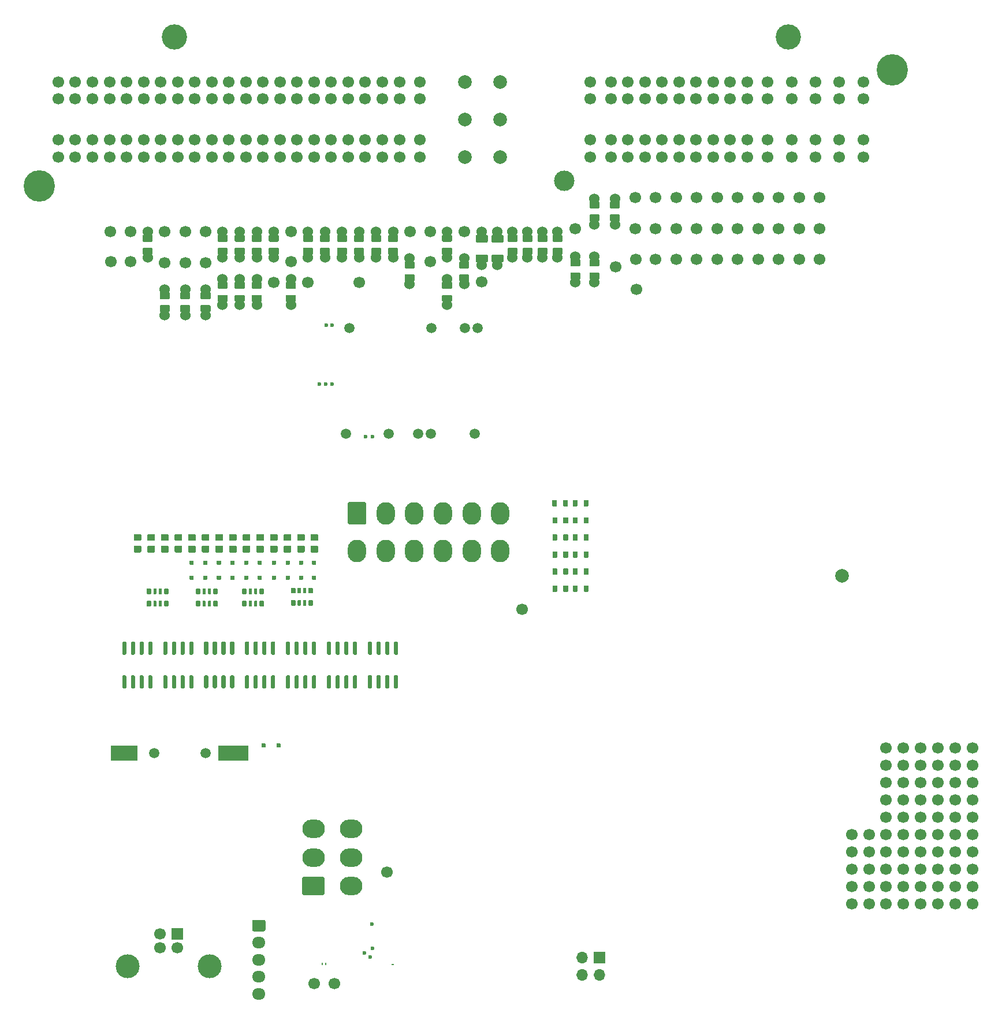
<source format=gts>
G04 #@! TF.GenerationSoftware,KiCad,Pcbnew,8.0.2-8.0.2-0~ubuntu22.04.1*
G04 #@! TF.CreationDate,2024-05-13T13:37:30+00:00*
G04 #@! TF.ProjectId,hellen154hyundai,68656c6c-656e-4313-9534-6879756e6461,D*
G04 #@! TF.SameCoordinates,PX5f5e100PYc845880*
G04 #@! TF.FileFunction,Soldermask,Top*
G04 #@! TF.FilePolarity,Negative*
%FSLAX46Y46*%
G04 Gerber Fmt 4.6, Leading zero omitted, Abs format (unit mm)*
G04 Created by KiCad (PCBNEW 8.0.2-8.0.2-0~ubuntu22.04.1) date 2024-05-13 13:37:30*
%MOMM*%
%LPD*%
G01*
G04 APERTURE LIST*
%ADD10C,1.700000*%
%ADD11O,1.950000X1.700000*%
%ADD12C,1.524000*%
%ADD13C,4.600000*%
%ADD14C,3.700000*%
%ADD15C,3.000000*%
%ADD16C,2.000000*%
%ADD17R,1.700000X1.700000*%
%ADD18C,3.500000*%
%ADD19O,3.300000X2.700000*%
%ADD20O,1.700000X1.700000*%
%ADD21C,1.500000*%
%ADD22C,0.600000*%
%ADD23R,4.399991X2.299995*%
%ADD24R,3.999992X2.299995*%
%ADD25O,2.700000X3.300000*%
%ADD26O,0.499999X0.250000*%
%ADD27O,0.250000X0.499999*%
%ADD28C,0.599999*%
G04 APERTURE END LIST*
D10*
G04 #@! TO.C,P37*
X104500000Y128500000D03*
G04 #@! TD*
G04 #@! TO.C,J1*
G36*
G01*
X48575000Y22650000D02*
X50025000Y22650000D01*
G75*
G02*
X50275000Y22400000I0J-250000D01*
G01*
X50275000Y21200000D01*
G75*
G02*
X50025000Y20950000I-250000J0D01*
G01*
X48575000Y20950000D01*
G75*
G02*
X48325000Y21200000I0J250000D01*
G01*
X48325000Y22400000D01*
G75*
G02*
X48575000Y22650000I250000J0D01*
G01*
G37*
D11*
X49300000Y19300000D03*
X49300000Y16800000D03*
X49300000Y14300000D03*
X49300000Y11800000D03*
G04 #@! TD*
D10*
G04 #@! TO.C,P33*
X128500000Y119500000D03*
G04 #@! TD*
G04 #@! TO.C,P46*
X113500000Y124000000D03*
G04 #@! TD*
D12*
G04 #@! TO.C,F1*
X84300000Y123500000D03*
G36*
G01*
X83400000Y122155010D02*
X83400000Y122845010D01*
G75*
G02*
X83630000Y123075010I230000J0D01*
G01*
X84970000Y123075010D01*
G75*
G02*
X85200000Y122845010I0J-230000D01*
G01*
X85200000Y122155010D01*
G75*
G02*
X84970000Y121925010I-230000J0D01*
G01*
X83630000Y121925010D01*
G75*
G02*
X83400000Y122155010I0J230000D01*
G01*
G37*
G36*
G01*
X83400000Y119254990D02*
X83400000Y119944990D01*
G75*
G02*
X83630000Y120174990I230000J0D01*
G01*
X84970000Y120174990D01*
G75*
G02*
X85200000Y119944990I0J-230000D01*
G01*
X85200000Y119254990D01*
G75*
G02*
X84970000Y119024990I-230000J0D01*
G01*
X83630000Y119024990D01*
G75*
G02*
X83400000Y119254990I0J230000D01*
G01*
G37*
X84300000Y118600000D03*
G04 #@! TD*
G04 #@! TO.C,U4*
G36*
G01*
X41740000Y56550000D02*
X41440000Y56550000D01*
G75*
G02*
X41290000Y56700000I0J150000D01*
G01*
X41290000Y58350000D01*
G75*
G02*
X41440000Y58500000I150000J0D01*
G01*
X41740000Y58500000D01*
G75*
G02*
X41890000Y58350000I0J-150000D01*
G01*
X41890000Y56700000D01*
G75*
G02*
X41740000Y56550000I-150000J0D01*
G01*
G37*
G36*
G01*
X43010000Y56550000D02*
X42710000Y56550000D01*
G75*
G02*
X42560000Y56700000I0J150000D01*
G01*
X42560000Y58350000D01*
G75*
G02*
X42710000Y58500000I150000J0D01*
G01*
X43010000Y58500000D01*
G75*
G02*
X43160000Y58350000I0J-150000D01*
G01*
X43160000Y56700000D01*
G75*
G02*
X43010000Y56550000I-150000J0D01*
G01*
G37*
G36*
G01*
X44280000Y56550000D02*
X43980000Y56550000D01*
G75*
G02*
X43830000Y56700000I0J150000D01*
G01*
X43830000Y58350000D01*
G75*
G02*
X43980000Y58500000I150000J0D01*
G01*
X44280000Y58500000D01*
G75*
G02*
X44430000Y58350000I0J-150000D01*
G01*
X44430000Y56700000D01*
G75*
G02*
X44280000Y56550000I-150000J0D01*
G01*
G37*
G36*
G01*
X45550000Y56550000D02*
X45250000Y56550000D01*
G75*
G02*
X45100000Y56700000I0J150000D01*
G01*
X45100000Y58350000D01*
G75*
G02*
X45250000Y58500000I150000J0D01*
G01*
X45550000Y58500000D01*
G75*
G02*
X45700000Y58350000I0J-150000D01*
G01*
X45700000Y56700000D01*
G75*
G02*
X45550000Y56550000I-150000J0D01*
G01*
G37*
G36*
G01*
X45550000Y61500000D02*
X45250000Y61500000D01*
G75*
G02*
X45100000Y61650000I0J150000D01*
G01*
X45100000Y63300000D01*
G75*
G02*
X45250000Y63450000I150000J0D01*
G01*
X45550000Y63450000D01*
G75*
G02*
X45700000Y63300000I0J-150000D01*
G01*
X45700000Y61650000D01*
G75*
G02*
X45550000Y61500000I-150000J0D01*
G01*
G37*
G36*
G01*
X44280000Y61500000D02*
X43980000Y61500000D01*
G75*
G02*
X43830000Y61650000I0J150000D01*
G01*
X43830000Y63300000D01*
G75*
G02*
X43980000Y63450000I150000J0D01*
G01*
X44280000Y63450000D01*
G75*
G02*
X44430000Y63300000I0J-150000D01*
G01*
X44430000Y61650000D01*
G75*
G02*
X44280000Y61500000I-150000J0D01*
G01*
G37*
G36*
G01*
X43010000Y61500000D02*
X42710000Y61500000D01*
G75*
G02*
X42560000Y61650000I0J150000D01*
G01*
X42560000Y63300000D01*
G75*
G02*
X42710000Y63450000I150000J0D01*
G01*
X43010000Y63450000D01*
G75*
G02*
X43160000Y63300000I0J-150000D01*
G01*
X43160000Y61650000D01*
G75*
G02*
X43010000Y61500000I-150000J0D01*
G01*
G37*
G36*
G01*
X41740000Y61500000D02*
X41440000Y61500000D01*
G75*
G02*
X41290000Y61650000I0J150000D01*
G01*
X41290000Y63300000D01*
G75*
G02*
X41440000Y63450000I150000J0D01*
G01*
X41740000Y63450000D01*
G75*
G02*
X41890000Y63300000I0J-150000D01*
G01*
X41890000Y61650000D01*
G75*
G02*
X41740000Y61500000I-150000J0D01*
G01*
G37*
G04 #@! TD*
D10*
G04 #@! TO.C,P85*
X68100000Y29600000D03*
G04 #@! TD*
G04 #@! TO.C,R14*
G36*
G01*
X95350000Y75810000D02*
X95350000Y76590000D01*
G75*
G02*
X95420000Y76660000I70000J0D01*
G01*
X95980000Y76660000D01*
G75*
G02*
X96050000Y76590000I0J-70000D01*
G01*
X96050000Y75810000D01*
G75*
G02*
X95980000Y75740000I-70000J0D01*
G01*
X95420000Y75740000D01*
G75*
G02*
X95350000Y75810000I0J70000D01*
G01*
G37*
G36*
G01*
X96950000Y75810000D02*
X96950000Y76590000D01*
G75*
G02*
X97020000Y76660000I70000J0D01*
G01*
X97580000Y76660000D01*
G75*
G02*
X97650000Y76590000I0J-70000D01*
G01*
X97650000Y75810000D01*
G75*
G02*
X97580000Y75740000I-70000J0D01*
G01*
X97020000Y75740000D01*
G75*
G02*
X96950000Y75810000I0J70000D01*
G01*
G37*
G04 #@! TD*
G04 #@! TO.C,P53*
X122500000Y128500000D03*
G04 #@! TD*
G04 #@! TO.C,U9*
G36*
G01*
X65745000Y56550000D02*
X65445000Y56550000D01*
G75*
G02*
X65295000Y56700000I0J150000D01*
G01*
X65295000Y58350000D01*
G75*
G02*
X65445000Y58500000I150000J0D01*
G01*
X65745000Y58500000D01*
G75*
G02*
X65895000Y58350000I0J-150000D01*
G01*
X65895000Y56700000D01*
G75*
G02*
X65745000Y56550000I-150000J0D01*
G01*
G37*
G36*
G01*
X67015000Y56550000D02*
X66715000Y56550000D01*
G75*
G02*
X66565000Y56700000I0J150000D01*
G01*
X66565000Y58350000D01*
G75*
G02*
X66715000Y58500000I150000J0D01*
G01*
X67015000Y58500000D01*
G75*
G02*
X67165000Y58350000I0J-150000D01*
G01*
X67165000Y56700000D01*
G75*
G02*
X67015000Y56550000I-150000J0D01*
G01*
G37*
G36*
G01*
X68285000Y56550000D02*
X67985000Y56550000D01*
G75*
G02*
X67835000Y56700000I0J150000D01*
G01*
X67835000Y58350000D01*
G75*
G02*
X67985000Y58500000I150000J0D01*
G01*
X68285000Y58500000D01*
G75*
G02*
X68435000Y58350000I0J-150000D01*
G01*
X68435000Y56700000D01*
G75*
G02*
X68285000Y56550000I-150000J0D01*
G01*
G37*
G36*
G01*
X69555000Y56550000D02*
X69255000Y56550000D01*
G75*
G02*
X69105000Y56700000I0J150000D01*
G01*
X69105000Y58350000D01*
G75*
G02*
X69255000Y58500000I150000J0D01*
G01*
X69555000Y58500000D01*
G75*
G02*
X69705000Y58350000I0J-150000D01*
G01*
X69705000Y56700000D01*
G75*
G02*
X69555000Y56550000I-150000J0D01*
G01*
G37*
G36*
G01*
X69555000Y61500000D02*
X69255000Y61500000D01*
G75*
G02*
X69105000Y61650000I0J150000D01*
G01*
X69105000Y63300000D01*
G75*
G02*
X69255000Y63450000I150000J0D01*
G01*
X69555000Y63450000D01*
G75*
G02*
X69705000Y63300000I0J-150000D01*
G01*
X69705000Y61650000D01*
G75*
G02*
X69555000Y61500000I-150000J0D01*
G01*
G37*
G36*
G01*
X68285000Y61500000D02*
X67985000Y61500000D01*
G75*
G02*
X67835000Y61650000I0J150000D01*
G01*
X67835000Y63300000D01*
G75*
G02*
X67985000Y63450000I150000J0D01*
G01*
X68285000Y63450000D01*
G75*
G02*
X68435000Y63300000I0J-150000D01*
G01*
X68435000Y61650000D01*
G75*
G02*
X68285000Y61500000I-150000J0D01*
G01*
G37*
G36*
G01*
X67015000Y61500000D02*
X66715000Y61500000D01*
G75*
G02*
X66565000Y61650000I0J150000D01*
G01*
X66565000Y63300000D01*
G75*
G02*
X66715000Y63450000I150000J0D01*
G01*
X67015000Y63450000D01*
G75*
G02*
X67165000Y63300000I0J-150000D01*
G01*
X67165000Y61650000D01*
G75*
G02*
X67015000Y61500000I-150000J0D01*
G01*
G37*
G36*
G01*
X65745000Y61500000D02*
X65445000Y61500000D01*
G75*
G02*
X65295000Y61650000I0J150000D01*
G01*
X65295000Y63300000D01*
G75*
G02*
X65445000Y63450000I150000J0D01*
G01*
X65745000Y63450000D01*
G75*
G02*
X65895000Y63300000I0J-150000D01*
G01*
X65895000Y61650000D01*
G75*
G02*
X65745000Y61500000I-150000J0D01*
G01*
G37*
G04 #@! TD*
G04 #@! TO.C,G9*
X151406545Y24944788D03*
X151406545Y27484788D03*
X151406545Y30024788D03*
X151406545Y32564788D03*
X151406545Y35104788D03*
X153946545Y24944788D03*
X153946545Y27484788D03*
X153946545Y30024788D03*
X153946545Y32564788D03*
X153946545Y35104788D03*
G04 #@! TD*
G04 #@! TO.C,P14*
X79400000Y123505000D03*
G04 #@! TD*
D13*
G04 #@! TO.C,P1*
X17162500Y130250000D03*
D14*
X36912500Y152100000D03*
D15*
X94112500Y131000000D03*
D14*
X126912500Y152100000D03*
D13*
X142162500Y147250000D03*
D10*
X137912500Y145500000D03*
X134412500Y145500000D03*
X130912500Y145500000D03*
X127412500Y145500000D03*
X123912500Y145500000D03*
X120912500Y145500000D03*
X118412500Y145500000D03*
X115912500Y145500000D03*
X113412500Y145500000D03*
X110912500Y145500000D03*
X108412500Y145500000D03*
X105912500Y145500000D03*
X103412500Y145500000D03*
X100912500Y145500000D03*
X97912500Y145500000D03*
X137912500Y143000000D03*
X134412500Y143000000D03*
X130912500Y143000000D03*
X127412500Y143000000D03*
X123912500Y143000000D03*
X120912500Y143000000D03*
X118412500Y143000000D03*
X115912500Y143000000D03*
X113412500Y143000000D03*
X110912500Y143000000D03*
X108412500Y143000000D03*
X105912500Y143000000D03*
X103412500Y143000000D03*
X100912500Y143000000D03*
X97912500Y143000000D03*
X137912500Y137000000D03*
X134412500Y137000000D03*
X130912500Y137000000D03*
X127412500Y137000000D03*
X123912500Y137000000D03*
X120912500Y137000000D03*
X118412500Y137000000D03*
X115912500Y137000000D03*
X113412500Y137000000D03*
X110912500Y137000000D03*
X108412500Y137000000D03*
X105912500Y137000000D03*
X103412500Y137000000D03*
X100912500Y137000000D03*
X97912500Y137000000D03*
X137912500Y134500000D03*
X134412500Y134500000D03*
X130912500Y134500000D03*
X127412500Y134500000D03*
X123912500Y134500000D03*
X120912500Y134500000D03*
X118412500Y134500000D03*
X115912500Y134500000D03*
X113412500Y134500000D03*
X110912500Y134500000D03*
X108412500Y134500000D03*
X105912500Y134500000D03*
X103412500Y134500000D03*
X100912500Y134500000D03*
X97912500Y134500000D03*
D16*
X84712500Y145500000D03*
X79512500Y145500000D03*
X84712500Y140000000D03*
X79512500Y140000000D03*
X84712500Y134500000D03*
X79512500Y134500000D03*
D10*
X72912500Y145500000D03*
X69912500Y145500000D03*
X67412500Y145500000D03*
X64912500Y145500000D03*
X62412500Y145500000D03*
X59912500Y145500000D03*
X57412500Y145500000D03*
X54912500Y145500000D03*
X52412500Y145500000D03*
X49912500Y145500000D03*
X47412500Y145500000D03*
X44912500Y145500000D03*
X42412500Y145500000D03*
X39912500Y145500000D03*
X37412500Y145500000D03*
X34912500Y145500000D03*
X32412500Y145500000D03*
X29912500Y145500000D03*
X27412500Y145500000D03*
X24912500Y145500000D03*
X22412500Y145500000D03*
X19912500Y145500000D03*
X72912500Y143000000D03*
X69912500Y143000000D03*
X67412500Y143000000D03*
X64912500Y143000000D03*
X62412500Y143000000D03*
X59912500Y143000000D03*
X57412500Y143000000D03*
X54912500Y143000000D03*
X52412500Y143000000D03*
X49912500Y143000000D03*
X47412500Y143000000D03*
X44912500Y143000000D03*
X42412500Y143000000D03*
X39912500Y143000000D03*
X37412500Y143000000D03*
X34912500Y143000000D03*
X32412500Y143000000D03*
X29912500Y143000000D03*
X27412500Y143000000D03*
X24912500Y143000000D03*
X22412500Y143000000D03*
X19912500Y143000000D03*
X72912500Y137000000D03*
X69912500Y137000000D03*
X67412500Y137000000D03*
X64912500Y137000000D03*
X62412500Y137000000D03*
X59912500Y137000000D03*
X57412500Y137000000D03*
X54912500Y137000000D03*
X52412500Y137000000D03*
X49912500Y137000000D03*
X47412500Y137000000D03*
X44912500Y137000000D03*
X42412500Y137000000D03*
X39912500Y137000000D03*
X37412500Y137000000D03*
X34912500Y137000000D03*
X32412500Y137000000D03*
X29912500Y137000000D03*
X27412500Y137000000D03*
X24912500Y137000000D03*
X22412500Y137000000D03*
X19912500Y137000000D03*
X72912500Y134500000D03*
X69912500Y134500000D03*
X67412500Y134500000D03*
X64912500Y134500000D03*
X62412500Y134500000D03*
X59912500Y134500000D03*
X57412500Y134500000D03*
X54912500Y134500000D03*
X52412500Y134500000D03*
X49912500Y134500000D03*
X47412500Y134500000D03*
X44912500Y134500000D03*
X42412500Y134500000D03*
X39912500Y134500000D03*
X37412500Y134500000D03*
X34912500Y134500000D03*
X32412500Y134500000D03*
X29912500Y134500000D03*
X27412500Y134500000D03*
X24912500Y134500000D03*
X22412500Y134500000D03*
X19912500Y134500000D03*
G04 #@! TD*
D12*
G04 #@! TO.C,R17*
X41500000Y111295000D03*
G36*
G01*
X42125000Y111749999D02*
X40875000Y111749999D01*
G75*
G02*
X40775000Y111849999I0J100000D01*
G01*
X40775000Y112649999D01*
G75*
G02*
X40875000Y112749999I100000J0D01*
G01*
X42125000Y112749999D01*
G75*
G02*
X42225000Y112649999I0J-100000D01*
G01*
X42225000Y111849999D01*
G75*
G02*
X42125000Y111749999I-100000J0D01*
G01*
G37*
G36*
G01*
X42125000Y113650021D02*
X40875000Y113650021D01*
G75*
G02*
X40775000Y113750021I0J100000D01*
G01*
X40775000Y114550021D01*
G75*
G02*
X40875000Y114650021I100000J0D01*
G01*
X42125000Y114650021D01*
G75*
G02*
X42225000Y114550021I0J-100000D01*
G01*
X42225000Y113750021D01*
G75*
G02*
X42125000Y113650021I-100000J0D01*
G01*
G37*
X41500000Y115105000D03*
G04 #@! TD*
D10*
G04 #@! TO.C,P45*
X116500000Y128500000D03*
G04 #@! TD*
D12*
G04 #@! TO.C,R30*
X35500000Y111295000D03*
G36*
G01*
X36125000Y111749999D02*
X34875000Y111749999D01*
G75*
G02*
X34775000Y111849999I0J100000D01*
G01*
X34775000Y112649999D01*
G75*
G02*
X34875000Y112749999I100000J0D01*
G01*
X36125000Y112749999D01*
G75*
G02*
X36225000Y112649999I0J-100000D01*
G01*
X36225000Y111849999D01*
G75*
G02*
X36125000Y111749999I-100000J0D01*
G01*
G37*
G36*
G01*
X36125000Y113650021D02*
X34875000Y113650021D01*
G75*
G02*
X34775000Y113750021I0J100000D01*
G01*
X34775000Y114550021D01*
G75*
G02*
X34875000Y114650021I100000J0D01*
G01*
X36125000Y114650021D01*
G75*
G02*
X36225000Y114550021I0J-100000D01*
G01*
X36225000Y113750021D01*
G75*
G02*
X36125000Y113650021I-100000J0D01*
G01*
G37*
X35500000Y115105000D03*
G04 #@! TD*
D10*
G04 #@! TO.C,P31*
X104600000Y119500000D03*
G04 #@! TD*
G04 #@! TO.C,P87*
X60350003Y13325003D03*
G04 #@! TD*
G04 #@! TO.C,P25*
X116500000Y124000000D03*
G04 #@! TD*
G04 #@! TO.C,P3*
X82000000Y116200000D03*
G04 #@! TD*
G04 #@! TO.C,D16*
G36*
G01*
X45050000Y79200000D02*
X45950000Y79200000D01*
G75*
G02*
X46050000Y79100000I0J-100000D01*
G01*
X46050000Y78300000D01*
G75*
G02*
X45950000Y78200000I-100000J0D01*
G01*
X45050000Y78200000D01*
G75*
G02*
X44950000Y78300000I0J100000D01*
G01*
X44950000Y79100000D01*
G75*
G02*
X45050000Y79200000I100000J0D01*
G01*
G37*
G36*
G01*
X45050000Y77500000D02*
X45950000Y77500000D01*
G75*
G02*
X46050000Y77400000I0J-100000D01*
G01*
X46050000Y76600000D01*
G75*
G02*
X45950000Y76500000I-100000J0D01*
G01*
X45050000Y76500000D01*
G75*
G02*
X44950000Y76600000I0J100000D01*
G01*
X44950000Y77400000D01*
G75*
G02*
X45050000Y77500000I100000J0D01*
G01*
G37*
G04 #@! TD*
D12*
G04 #@! TO.C,R52*
X46500000Y119695000D03*
G36*
G01*
X47125000Y120149999D02*
X45875000Y120149999D01*
G75*
G02*
X45775000Y120249999I0J100000D01*
G01*
X45775000Y121049999D01*
G75*
G02*
X45875000Y121149999I100000J0D01*
G01*
X47125000Y121149999D01*
G75*
G02*
X47225000Y121049999I0J-100000D01*
G01*
X47225000Y120249999D01*
G75*
G02*
X47125000Y120149999I-100000J0D01*
G01*
G37*
G36*
G01*
X47125000Y122050021D02*
X45875000Y122050021D01*
G75*
G02*
X45775000Y122150021I0J100000D01*
G01*
X45775000Y122950021D01*
G75*
G02*
X45875000Y123050021I100000J0D01*
G01*
X47125000Y123050021D01*
G75*
G02*
X47225000Y122950021I0J-100000D01*
G01*
X47225000Y122150021D01*
G75*
G02*
X47125000Y122050021I-100000J0D01*
G01*
G37*
X46500000Y123505000D03*
G04 #@! TD*
G04 #@! TO.C,D27*
G36*
G01*
X57112499Y72560002D02*
X57112499Y73040002D01*
G75*
G02*
X57172499Y73100002I60000J0D01*
G01*
X57652499Y73100002D01*
G75*
G02*
X57712499Y73040002I0J-60000D01*
G01*
X57712499Y72560002D01*
G75*
G02*
X57652499Y72500002I-60000J0D01*
G01*
X57172499Y72500002D01*
G75*
G02*
X57112499Y72560002I0J60000D01*
G01*
G37*
G36*
G01*
X57112499Y74760002D02*
X57112499Y75240002D01*
G75*
G02*
X57172499Y75300002I60000J0D01*
G01*
X57652499Y75300002D01*
G75*
G02*
X57712499Y75240002I0J-60000D01*
G01*
X57712499Y74760002D01*
G75*
G02*
X57652499Y74700002I-60000J0D01*
G01*
X57172499Y74700002D01*
G75*
G02*
X57112499Y74760002I0J60000D01*
G01*
G37*
G04 #@! TD*
D10*
G04 #@! TO.C,P42*
X125500000Y124000000D03*
G04 #@! TD*
G04 #@! TO.C,R25*
G36*
G01*
X92350000Y70810000D02*
X92350000Y71590000D01*
G75*
G02*
X92420000Y71660000I70000J0D01*
G01*
X92980000Y71660000D01*
G75*
G02*
X93050000Y71590000I0J-70000D01*
G01*
X93050000Y70810000D01*
G75*
G02*
X92980000Y70740000I-70000J0D01*
G01*
X92420000Y70740000D01*
G75*
G02*
X92350000Y70810000I0J70000D01*
G01*
G37*
G36*
G01*
X93950000Y70810000D02*
X93950000Y71590000D01*
G75*
G02*
X94020000Y71660000I70000J0D01*
G01*
X94580000Y71660000D01*
G75*
G02*
X94650000Y71590000I0J-70000D01*
G01*
X94650000Y70810000D01*
G75*
G02*
X94580000Y70740000I-70000J0D01*
G01*
X94020000Y70740000D01*
G75*
G02*
X93950000Y70810000I0J70000D01*
G01*
G37*
G04 #@! TD*
G04 #@! TO.C,U8*
G36*
G01*
X59745000Y56550000D02*
X59445000Y56550000D01*
G75*
G02*
X59295000Y56700000I0J150000D01*
G01*
X59295000Y58350000D01*
G75*
G02*
X59445000Y58500000I150000J0D01*
G01*
X59745000Y58500000D01*
G75*
G02*
X59895000Y58350000I0J-150000D01*
G01*
X59895000Y56700000D01*
G75*
G02*
X59745000Y56550000I-150000J0D01*
G01*
G37*
G36*
G01*
X61015000Y56550000D02*
X60715000Y56550000D01*
G75*
G02*
X60565000Y56700000I0J150000D01*
G01*
X60565000Y58350000D01*
G75*
G02*
X60715000Y58500000I150000J0D01*
G01*
X61015000Y58500000D01*
G75*
G02*
X61165000Y58350000I0J-150000D01*
G01*
X61165000Y56700000D01*
G75*
G02*
X61015000Y56550000I-150000J0D01*
G01*
G37*
G36*
G01*
X62285000Y56550000D02*
X61985000Y56550000D01*
G75*
G02*
X61835000Y56700000I0J150000D01*
G01*
X61835000Y58350000D01*
G75*
G02*
X61985000Y58500000I150000J0D01*
G01*
X62285000Y58500000D01*
G75*
G02*
X62435000Y58350000I0J-150000D01*
G01*
X62435000Y56700000D01*
G75*
G02*
X62285000Y56550000I-150000J0D01*
G01*
G37*
G36*
G01*
X63555000Y56550000D02*
X63255000Y56550000D01*
G75*
G02*
X63105000Y56700000I0J150000D01*
G01*
X63105000Y58350000D01*
G75*
G02*
X63255000Y58500000I150000J0D01*
G01*
X63555000Y58500000D01*
G75*
G02*
X63705000Y58350000I0J-150000D01*
G01*
X63705000Y56700000D01*
G75*
G02*
X63555000Y56550000I-150000J0D01*
G01*
G37*
G36*
G01*
X63555000Y61500000D02*
X63255000Y61500000D01*
G75*
G02*
X63105000Y61650000I0J150000D01*
G01*
X63105000Y63300000D01*
G75*
G02*
X63255000Y63450000I150000J0D01*
G01*
X63555000Y63450000D01*
G75*
G02*
X63705000Y63300000I0J-150000D01*
G01*
X63705000Y61650000D01*
G75*
G02*
X63555000Y61500000I-150000J0D01*
G01*
G37*
G36*
G01*
X62285000Y61500000D02*
X61985000Y61500000D01*
G75*
G02*
X61835000Y61650000I0J150000D01*
G01*
X61835000Y63300000D01*
G75*
G02*
X61985000Y63450000I150000J0D01*
G01*
X62285000Y63450000D01*
G75*
G02*
X62435000Y63300000I0J-150000D01*
G01*
X62435000Y61650000D01*
G75*
G02*
X62285000Y61500000I-150000J0D01*
G01*
G37*
G36*
G01*
X61015000Y61500000D02*
X60715000Y61500000D01*
G75*
G02*
X60565000Y61650000I0J150000D01*
G01*
X60565000Y63300000D01*
G75*
G02*
X60715000Y63450000I150000J0D01*
G01*
X61015000Y63450000D01*
G75*
G02*
X61165000Y63300000I0J-150000D01*
G01*
X61165000Y61650000D01*
G75*
G02*
X61015000Y61500000I-150000J0D01*
G01*
G37*
G36*
G01*
X59745000Y61500000D02*
X59445000Y61500000D01*
G75*
G02*
X59295000Y61650000I0J150000D01*
G01*
X59295000Y63300000D01*
G75*
G02*
X59445000Y63450000I150000J0D01*
G01*
X59745000Y63450000D01*
G75*
G02*
X59895000Y63300000I0J-150000D01*
G01*
X59895000Y61650000D01*
G75*
G02*
X59745000Y61500000I-150000J0D01*
G01*
G37*
G04 #@! TD*
G04 #@! TO.C,D26*
G36*
G01*
X55187263Y72560001D02*
X55187263Y73040001D01*
G75*
G02*
X55247263Y73100001I60000J0D01*
G01*
X55727263Y73100001D01*
G75*
G02*
X55787263Y73040001I0J-60000D01*
G01*
X55787263Y72560001D01*
G75*
G02*
X55727263Y72500001I-60000J0D01*
G01*
X55247263Y72500001D01*
G75*
G02*
X55187263Y72560001I0J60000D01*
G01*
G37*
G36*
G01*
X55187263Y74760001D02*
X55187263Y75240001D01*
G75*
G02*
X55247263Y75300001I60000J0D01*
G01*
X55727263Y75300001D01*
G75*
G02*
X55787263Y75240001I0J-60000D01*
G01*
X55787263Y74760001D01*
G75*
G02*
X55727263Y74700001I-60000J0D01*
G01*
X55247263Y74700001D01*
G75*
G02*
X55187263Y74760001I0J60000D01*
G01*
G37*
G04 #@! TD*
G04 #@! TO.C,R76*
G36*
G01*
X40074998Y68665001D02*
X40074998Y69335001D01*
G75*
G02*
X40139998Y69400001I65000J0D01*
G01*
X40659998Y69400001D01*
G75*
G02*
X40724998Y69335001I0J-65000D01*
G01*
X40724998Y68665001D01*
G75*
G02*
X40659998Y68600001I-65000J0D01*
G01*
X40139998Y68600001D01*
G75*
G02*
X40074998Y68665001I0J65000D01*
G01*
G37*
G36*
G01*
X41049998Y68645001D02*
X41049998Y69355001D01*
G75*
G02*
X41094998Y69400001I45000J0D01*
G01*
X41454998Y69400001D01*
G75*
G02*
X41499998Y69355001I0J-45000D01*
G01*
X41499998Y68645001D01*
G75*
G02*
X41454998Y68600001I-45000J0D01*
G01*
X41094998Y68600001D01*
G75*
G02*
X41049998Y68645001I0J45000D01*
G01*
G37*
G36*
G01*
X41849998Y68645001D02*
X41849998Y69355001D01*
G75*
G02*
X41894998Y69400001I45000J0D01*
G01*
X42254998Y69400001D01*
G75*
G02*
X42299998Y69355001I0J-45000D01*
G01*
X42299998Y68645001D01*
G75*
G02*
X42254998Y68600001I-45000J0D01*
G01*
X41894998Y68600001D01*
G75*
G02*
X41849998Y68645001I0J45000D01*
G01*
G37*
G36*
G01*
X42624998Y68665001D02*
X42624998Y69335001D01*
G75*
G02*
X42689998Y69400001I65000J0D01*
G01*
X43209998Y69400001D01*
G75*
G02*
X43274998Y69335001I0J-65000D01*
G01*
X43274998Y68665001D01*
G75*
G02*
X43209998Y68600001I-65000J0D01*
G01*
X42689998Y68600001D01*
G75*
G02*
X42624998Y68665001I0J65000D01*
G01*
G37*
G36*
G01*
X42624998Y70465001D02*
X42624998Y71135001D01*
G75*
G02*
X42689998Y71200001I65000J0D01*
G01*
X43209998Y71200001D01*
G75*
G02*
X43274998Y71135001I0J-65000D01*
G01*
X43274998Y70465001D01*
G75*
G02*
X43209998Y70400001I-65000J0D01*
G01*
X42689998Y70400001D01*
G75*
G02*
X42624998Y70465001I0J65000D01*
G01*
G37*
G36*
G01*
X41849998Y70445001D02*
X41849998Y71155001D01*
G75*
G02*
X41894998Y71200001I45000J0D01*
G01*
X42254998Y71200001D01*
G75*
G02*
X42299998Y71155001I0J-45000D01*
G01*
X42299998Y70445001D01*
G75*
G02*
X42254998Y70400001I-45000J0D01*
G01*
X41894998Y70400001D01*
G75*
G02*
X41849998Y70445001I0J45000D01*
G01*
G37*
G36*
G01*
X41049998Y70445001D02*
X41049998Y71155001D01*
G75*
G02*
X41094998Y71200001I45000J0D01*
G01*
X41454998Y71200001D01*
G75*
G02*
X41499998Y71155001I0J-45000D01*
G01*
X41499998Y70445001D01*
G75*
G02*
X41454998Y70400001I-45000J0D01*
G01*
X41094998Y70400001D01*
G75*
G02*
X41049998Y70445001I0J45000D01*
G01*
G37*
G36*
G01*
X40074998Y70465001D02*
X40074998Y71135001D01*
G75*
G02*
X40139998Y71200001I65000J0D01*
G01*
X40659998Y71200001D01*
G75*
G02*
X40724998Y71135001I0J-65000D01*
G01*
X40724998Y70465001D01*
G75*
G02*
X40659998Y70400001I-65000J0D01*
G01*
X40139998Y70400001D01*
G75*
G02*
X40074998Y70465001I0J65000D01*
G01*
G37*
G04 #@! TD*
D12*
G04 #@! TO.C,R28*
X54000000Y112795000D03*
G36*
G01*
X54625000Y113249999D02*
X53375000Y113249999D01*
G75*
G02*
X53275000Y113349999I0J100000D01*
G01*
X53275000Y114149999D01*
G75*
G02*
X53375000Y114249999I100000J0D01*
G01*
X54625000Y114249999D01*
G75*
G02*
X54725000Y114149999I0J-100000D01*
G01*
X54725000Y113349999D01*
G75*
G02*
X54625000Y113249999I-100000J0D01*
G01*
G37*
G36*
G01*
X54625000Y115150021D02*
X53375000Y115150021D01*
G75*
G02*
X53275000Y115250021I0J100000D01*
G01*
X53275000Y116050021D01*
G75*
G02*
X53375000Y116150021I100000J0D01*
G01*
X54625000Y116150021D01*
G75*
G02*
X54725000Y116050021I0J-100000D01*
G01*
X54725000Y115250021D01*
G75*
G02*
X54625000Y115150021I-100000J0D01*
G01*
G37*
X54000000Y116605000D03*
G04 #@! TD*
D10*
G04 #@! TO.C,P24*
X119500000Y119500000D03*
G04 #@! TD*
D17*
G04 #@! TO.C,J40*
X37337501Y20584160D03*
D10*
X34837501Y20584160D03*
X34837501Y18584160D03*
X37337501Y18584160D03*
D18*
X42107501Y15874160D03*
X30067501Y15874160D03*
G04 #@! TD*
G04 #@! TO.C,R18*
G36*
G01*
X95350000Y70810000D02*
X95350000Y71590000D01*
G75*
G02*
X95420000Y71660000I70000J0D01*
G01*
X95980000Y71660000D01*
G75*
G02*
X96050000Y71590000I0J-70000D01*
G01*
X96050000Y70810000D01*
G75*
G02*
X95980000Y70740000I-70000J0D01*
G01*
X95420000Y70740000D01*
G75*
G02*
X95350000Y70810000I0J70000D01*
G01*
G37*
G36*
G01*
X96950000Y70810000D02*
X96950000Y71590000D01*
G75*
G02*
X97020000Y71660000I70000J0D01*
G01*
X97580000Y71660000D01*
G75*
G02*
X97650000Y71590000I0J-70000D01*
G01*
X97650000Y70810000D01*
G75*
G02*
X97580000Y70740000I-70000J0D01*
G01*
X97020000Y70740000D01*
G75*
G02*
X96950000Y70810000I0J70000D01*
G01*
G37*
G04 #@! TD*
D10*
G04 #@! TO.C,P86*
X57450003Y13325003D03*
G04 #@! TD*
G04 #@! TO.C,D6*
G36*
G01*
X31068986Y79200000D02*
X31968986Y79200000D01*
G75*
G02*
X32068986Y79100000I0J-100000D01*
G01*
X32068986Y78300000D01*
G75*
G02*
X31968986Y78200000I-100000J0D01*
G01*
X31068986Y78200000D01*
G75*
G02*
X30968986Y78300000I0J100000D01*
G01*
X30968986Y79100000D01*
G75*
G02*
X31068986Y79200000I100000J0D01*
G01*
G37*
G36*
G01*
X31068986Y77500000D02*
X31968986Y77500000D01*
G75*
G02*
X32068986Y77400000I0J-100000D01*
G01*
X32068986Y76600000D01*
G75*
G02*
X31968986Y76500000I-100000J0D01*
G01*
X31068986Y76500000D01*
G75*
G02*
X30968986Y76600000I0J100000D01*
G01*
X30968986Y77400000D01*
G75*
G02*
X31068986Y77500000I100000J0D01*
G01*
G37*
G04 #@! TD*
G04 #@! TO.C,G7*
X141206545Y24944788D03*
X141206545Y27484788D03*
X141206545Y30024788D03*
X141206545Y32564788D03*
X141206545Y35104788D03*
X143746545Y24944788D03*
X143746545Y27484788D03*
X143746545Y30024788D03*
X143746545Y32564788D03*
X143746545Y35104788D03*
G04 #@! TD*
G04 #@! TO.C,P10*
X27600000Y119100000D03*
G04 #@! TD*
G04 #@! TO.C,P29*
X110500000Y124000000D03*
G04 #@! TD*
G04 #@! TO.C,P41*
X128500000Y124000000D03*
G04 #@! TD*
G04 #@! TO.C,P51*
X128500000Y128500000D03*
G04 #@! TD*
D12*
G04 #@! TO.C,R32*
X76900000Y119695000D03*
G36*
G01*
X77525000Y120149999D02*
X76275000Y120149999D01*
G75*
G02*
X76175000Y120249999I0J100000D01*
G01*
X76175000Y121049999D01*
G75*
G02*
X76275000Y121149999I100000J0D01*
G01*
X77525000Y121149999D01*
G75*
G02*
X77625000Y121049999I0J-100000D01*
G01*
X77625000Y120249999D01*
G75*
G02*
X77525000Y120149999I-100000J0D01*
G01*
G37*
G36*
G01*
X77525000Y122050021D02*
X76275000Y122050021D01*
G75*
G02*
X76175000Y122150021I0J100000D01*
G01*
X76175000Y122950021D01*
G75*
G02*
X76275000Y123050021I100000J0D01*
G01*
X77525000Y123050021D01*
G75*
G02*
X77625000Y122950021I0J-100000D01*
G01*
X77625000Y122150021D01*
G75*
G02*
X77525000Y122050021I-100000J0D01*
G01*
G37*
X76900000Y123505000D03*
G04 #@! TD*
D10*
G04 #@! TO.C,P44*
X119500000Y128500000D03*
G04 #@! TD*
D12*
G04 #@! TO.C,R58*
X101500000Y124595000D03*
G36*
G01*
X102125000Y125049999D02*
X100875000Y125049999D01*
G75*
G02*
X100775000Y125149999I0J100000D01*
G01*
X100775000Y125949999D01*
G75*
G02*
X100875000Y126049999I100000J0D01*
G01*
X102125000Y126049999D01*
G75*
G02*
X102225000Y125949999I0J-100000D01*
G01*
X102225000Y125149999D01*
G75*
G02*
X102125000Y125049999I-100000J0D01*
G01*
G37*
G36*
G01*
X102125000Y126950021D02*
X100875000Y126950021D01*
G75*
G02*
X100775000Y127050021I0J100000D01*
G01*
X100775000Y127850021D01*
G75*
G02*
X100875000Y127950021I100000J0D01*
G01*
X102125000Y127950021D01*
G75*
G02*
X102225000Y127850021I0J-100000D01*
G01*
X102225000Y127050021D01*
G75*
G02*
X102125000Y126950021I-100000J0D01*
G01*
G37*
X101500000Y128405000D03*
G04 #@! TD*
G04 #@! TO.C,R11*
G36*
G01*
X95350000Y78310000D02*
X95350000Y79090000D01*
G75*
G02*
X95420000Y79160000I70000J0D01*
G01*
X95980000Y79160000D01*
G75*
G02*
X96050000Y79090000I0J-70000D01*
G01*
X96050000Y78310000D01*
G75*
G02*
X95980000Y78240000I-70000J0D01*
G01*
X95420000Y78240000D01*
G75*
G02*
X95350000Y78310000I0J70000D01*
G01*
G37*
G36*
G01*
X96950000Y78310000D02*
X96950000Y79090000D01*
G75*
G02*
X97020000Y79160000I70000J0D01*
G01*
X97580000Y79160000D01*
G75*
G02*
X97650000Y79090000I0J-70000D01*
G01*
X97650000Y78310000D01*
G75*
G02*
X97580000Y78240000I-70000J0D01*
G01*
X97020000Y78240000D01*
G75*
G02*
X96950000Y78310000I0J70000D01*
G01*
G37*
G04 #@! TD*
D10*
G04 #@! TO.C,P13*
X35500000Y119000000D03*
G04 #@! TD*
G04 #@! TO.C,G5*
X146306545Y37644788D03*
X146306545Y40184788D03*
X146306545Y42724788D03*
X146306545Y45264788D03*
X146306545Y47804788D03*
X148846545Y37644788D03*
X148846545Y40184788D03*
X148846545Y42724788D03*
X148846545Y45264788D03*
X148846545Y47804788D03*
G04 #@! TD*
G04 #@! TO.C,P7*
X56500000Y116100000D03*
G04 #@! TD*
G04 #@! TO.C,P23*
X125500000Y119500000D03*
G04 #@! TD*
G04 #@! TO.C,P21*
X30500000Y123500000D03*
G04 #@! TD*
G04 #@! TO.C,R10*
G36*
G01*
X95350000Y80810000D02*
X95350000Y81590000D01*
G75*
G02*
X95420000Y81660000I70000J0D01*
G01*
X95980000Y81660000D01*
G75*
G02*
X96050000Y81590000I0J-70000D01*
G01*
X96050000Y80810000D01*
G75*
G02*
X95980000Y80740000I-70000J0D01*
G01*
X95420000Y80740000D01*
G75*
G02*
X95350000Y80810000I0J70000D01*
G01*
G37*
G36*
G01*
X96950000Y80810000D02*
X96950000Y81590000D01*
G75*
G02*
X97020000Y81660000I70000J0D01*
G01*
X97580000Y81660000D01*
G75*
G02*
X97650000Y81590000I0J-70000D01*
G01*
X97650000Y80810000D01*
G75*
G02*
X97580000Y80740000I-70000J0D01*
G01*
X97020000Y80740000D01*
G75*
G02*
X96950000Y80810000I0J70000D01*
G01*
G37*
G04 #@! TD*
D12*
G04 #@! TO.C,R39*
X49000000Y112795000D03*
G36*
G01*
X49625000Y113249999D02*
X48375000Y113249999D01*
G75*
G02*
X48275000Y113349999I0J100000D01*
G01*
X48275000Y114149999D01*
G75*
G02*
X48375000Y114249999I100000J0D01*
G01*
X49625000Y114249999D01*
G75*
G02*
X49725000Y114149999I0J-100000D01*
G01*
X49725000Y113349999D01*
G75*
G02*
X49625000Y113249999I-100000J0D01*
G01*
G37*
G36*
G01*
X49625000Y115150021D02*
X48375000Y115150021D01*
G75*
G02*
X48275000Y115250021I0J100000D01*
G01*
X48275000Y116050021D01*
G75*
G02*
X48375000Y116150021I100000J0D01*
G01*
X49625000Y116150021D01*
G75*
G02*
X49725000Y116050021I0J-100000D01*
G01*
X49725000Y115250021D01*
G75*
G02*
X49625000Y115150021I-100000J0D01*
G01*
G37*
X49000000Y116605000D03*
G04 #@! TD*
G04 #@! TO.C,R4*
X86500000Y119690000D03*
G36*
G01*
X87125000Y120144999D02*
X85875000Y120144999D01*
G75*
G02*
X85775000Y120244999I0J100000D01*
G01*
X85775000Y121044999D01*
G75*
G02*
X85875000Y121144999I100000J0D01*
G01*
X87125000Y121144999D01*
G75*
G02*
X87225000Y121044999I0J-100000D01*
G01*
X87225000Y120244999D01*
G75*
G02*
X87125000Y120144999I-100000J0D01*
G01*
G37*
G36*
G01*
X87125000Y122045021D02*
X85875000Y122045021D01*
G75*
G02*
X85775000Y122145021I0J100000D01*
G01*
X85775000Y122945021D01*
G75*
G02*
X85875000Y123045021I100000J0D01*
G01*
X87125000Y123045021D01*
G75*
G02*
X87225000Y122945021I0J-100000D01*
G01*
X87225000Y122145021D01*
G75*
G02*
X87125000Y122045021I-100000J0D01*
G01*
G37*
X86500000Y123500000D03*
G04 #@! TD*
G04 #@! TO.C,R12*
X38500000Y111295000D03*
G36*
G01*
X39125000Y111749999D02*
X37875000Y111749999D01*
G75*
G02*
X37775000Y111849999I0J100000D01*
G01*
X37775000Y112649999D01*
G75*
G02*
X37875000Y112749999I100000J0D01*
G01*
X39125000Y112749999D01*
G75*
G02*
X39225000Y112649999I0J-100000D01*
G01*
X39225000Y111849999D01*
G75*
G02*
X39125000Y111749999I-100000J0D01*
G01*
G37*
G36*
G01*
X39125000Y113650021D02*
X37875000Y113650021D01*
G75*
G02*
X37775000Y113750021I0J100000D01*
G01*
X37775000Y114550021D01*
G75*
G02*
X37875000Y114650021I100000J0D01*
G01*
X39125000Y114650021D01*
G75*
G02*
X39225000Y114550021I0J-100000D01*
G01*
X39225000Y113750021D01*
G75*
G02*
X39125000Y113650021I-100000J0D01*
G01*
G37*
X38500000Y115105000D03*
G04 #@! TD*
D10*
G04 #@! TO.C,P18*
X41500000Y123500000D03*
G04 #@! TD*
G04 #@! TO.C,J4*
G36*
G01*
X58699999Y26250000D02*
X55900001Y26250000D01*
G75*
G02*
X55650000Y26500001I0J250001D01*
G01*
X55650000Y28699999D01*
G75*
G02*
X55900001Y28950000I250001J0D01*
G01*
X58699999Y28950000D01*
G75*
G02*
X58950000Y28699999I0J-250001D01*
G01*
X58950000Y26500001D01*
G75*
G02*
X58699999Y26250000I-250001J0D01*
G01*
G37*
D19*
X57300000Y31800000D03*
X57300000Y36000000D03*
X62800000Y27600000D03*
X62800000Y31800000D03*
X62800000Y36000000D03*
G04 #@! TD*
G04 #@! TO.C,R19*
G36*
G01*
X92322472Y83336268D02*
X92322472Y84116268D01*
G75*
G02*
X92392472Y84186268I70000J0D01*
G01*
X92952472Y84186268D01*
G75*
G02*
X93022472Y84116268I0J-70000D01*
G01*
X93022472Y83336268D01*
G75*
G02*
X92952472Y83266268I-70000J0D01*
G01*
X92392472Y83266268D01*
G75*
G02*
X92322472Y83336268I0J70000D01*
G01*
G37*
G36*
G01*
X93922472Y83336268D02*
X93922472Y84116268D01*
G75*
G02*
X93992472Y84186268I70000J0D01*
G01*
X94552472Y84186268D01*
G75*
G02*
X94622472Y84116268I0J-70000D01*
G01*
X94622472Y83336268D01*
G75*
G02*
X94552472Y83266268I-70000J0D01*
G01*
X93992472Y83266268D01*
G75*
G02*
X93922472Y83336268I0J70000D01*
G01*
G37*
G04 #@! TD*
D10*
G04 #@! TO.C,P27*
X113500000Y119500000D03*
G04 #@! TD*
G04 #@! TO.C,P50*
X131500000Y128500000D03*
G04 #@! TD*
G04 #@! TO.C,R20*
G36*
G01*
X92350000Y80810000D02*
X92350000Y81590000D01*
G75*
G02*
X92420000Y81660000I70000J0D01*
G01*
X92980000Y81660000D01*
G75*
G02*
X93050000Y81590000I0J-70000D01*
G01*
X93050000Y80810000D01*
G75*
G02*
X92980000Y80740000I-70000J0D01*
G01*
X92420000Y80740000D01*
G75*
G02*
X92350000Y80810000I0J70000D01*
G01*
G37*
G36*
G01*
X93950000Y80810000D02*
X93950000Y81590000D01*
G75*
G02*
X94020000Y81660000I70000J0D01*
G01*
X94580000Y81660000D01*
G75*
G02*
X94650000Y81590000I0J-70000D01*
G01*
X94650000Y80810000D01*
G75*
G02*
X94580000Y80740000I-70000J0D01*
G01*
X94020000Y80740000D01*
G75*
G02*
X93950000Y80810000I0J70000D01*
G01*
G37*
G04 #@! TD*
G04 #@! TO.C,R15*
G36*
G01*
X95350000Y73310000D02*
X95350000Y74090000D01*
G75*
G02*
X95420000Y74160000I70000J0D01*
G01*
X95980000Y74160000D01*
G75*
G02*
X96050000Y74090000I0J-70000D01*
G01*
X96050000Y73310000D01*
G75*
G02*
X95980000Y73240000I-70000J0D01*
G01*
X95420000Y73240000D01*
G75*
G02*
X95350000Y73310000I0J70000D01*
G01*
G37*
G36*
G01*
X96950000Y73310000D02*
X96950000Y74090000D01*
G75*
G02*
X97020000Y74160000I70000J0D01*
G01*
X97580000Y74160000D01*
G75*
G02*
X97650000Y74090000I0J-70000D01*
G01*
X97650000Y73310000D01*
G75*
G02*
X97580000Y73240000I-70000J0D01*
G01*
X97020000Y73240000D01*
G75*
G02*
X96950000Y73310000I0J70000D01*
G01*
G37*
G04 #@! TD*
G04 #@! TO.C,D19*
G36*
G01*
X49050000Y79200000D02*
X49950000Y79200000D01*
G75*
G02*
X50050000Y79100000I0J-100000D01*
G01*
X50050000Y78300000D01*
G75*
G02*
X49950000Y78200000I-100000J0D01*
G01*
X49050000Y78200000D01*
G75*
G02*
X48950000Y78300000I0J100000D01*
G01*
X48950000Y79100000D01*
G75*
G02*
X49050000Y79200000I100000J0D01*
G01*
G37*
G36*
G01*
X49050000Y77500000D02*
X49950000Y77500000D01*
G75*
G02*
X50050000Y77400000I0J-100000D01*
G01*
X50050000Y76600000D01*
G75*
G02*
X49950000Y76500000I-100000J0D01*
G01*
X49050000Y76500000D01*
G75*
G02*
X48950000Y76600000I0J100000D01*
G01*
X48950000Y77400000D01*
G75*
G02*
X49050000Y77500000I100000J0D01*
G01*
G37*
G04 #@! TD*
G04 #@! TO.C,D28*
G36*
G01*
X53050000Y79200000D02*
X53950000Y79200000D01*
G75*
G02*
X54050000Y79100000I0J-100000D01*
G01*
X54050000Y78300000D01*
G75*
G02*
X53950000Y78200000I-100000J0D01*
G01*
X53050000Y78200000D01*
G75*
G02*
X52950000Y78300000I0J100000D01*
G01*
X52950000Y79100000D01*
G75*
G02*
X53050000Y79200000I100000J0D01*
G01*
G37*
G36*
G01*
X53050000Y77500000D02*
X53950000Y77500000D01*
G75*
G02*
X54050000Y77400000I0J-100000D01*
G01*
X54050000Y76600000D01*
G75*
G02*
X53950000Y76500000I-100000J0D01*
G01*
X53050000Y76500000D01*
G75*
G02*
X52950000Y76600000I0J100000D01*
G01*
X52950000Y77400000D01*
G75*
G02*
X53050000Y77500000I100000J0D01*
G01*
G37*
G04 #@! TD*
G04 #@! TO.C,G10*
X141206545Y37644788D03*
X141206545Y40184788D03*
X141206545Y42724788D03*
X141206545Y45264788D03*
X141206545Y47804788D03*
X143746545Y37644788D03*
X143746545Y40184788D03*
X143746545Y42724788D03*
X143746545Y45264788D03*
X143746545Y47804788D03*
G04 #@! TD*
G04 #@! TO.C,D24*
G36*
G01*
X52440000Y47900000D02*
X51960000Y47900000D01*
G75*
G02*
X51900000Y47960000I0J60000D01*
G01*
X51900000Y48440000D01*
G75*
G02*
X51960000Y48500000I60000J0D01*
G01*
X52440000Y48500000D01*
G75*
G02*
X52500000Y48440000I0J-60000D01*
G01*
X52500000Y47960000D01*
G75*
G02*
X52440000Y47900000I-60000J0D01*
G01*
G37*
G36*
G01*
X50240000Y47900000D02*
X49760000Y47900000D01*
G75*
G02*
X49700000Y47960000I0J60000D01*
G01*
X49700000Y48440000D01*
G75*
G02*
X49760000Y48500000I60000J0D01*
G01*
X50240000Y48500000D01*
G75*
G02*
X50300000Y48440000I0J-60000D01*
G01*
X50300000Y47960000D01*
G75*
G02*
X50240000Y47900000I-60000J0D01*
G01*
G37*
G04 #@! TD*
G04 #@! TO.C,G4*
X146306545Y24944788D03*
X146306545Y27484788D03*
X146306545Y30024788D03*
X146306545Y32564788D03*
X146306545Y35104788D03*
X148846545Y24944788D03*
X148846545Y27484788D03*
X148846545Y30024788D03*
X148846545Y32564788D03*
X148846545Y35104788D03*
G04 #@! TD*
G04 #@! TO.C,P12*
X41500000Y119000000D03*
G04 #@! TD*
D17*
G04 #@! TO.C,J3*
X99275000Y17082843D03*
D20*
X99275000Y14542843D03*
X96735000Y17082843D03*
X96735000Y14542843D03*
G04 #@! TD*
G04 #@! TO.C,R1*
G36*
G01*
X95322472Y83336268D02*
X95322472Y84116268D01*
G75*
G02*
X95392472Y84186268I70000J0D01*
G01*
X95952472Y84186268D01*
G75*
G02*
X96022472Y84116268I0J-70000D01*
G01*
X96022472Y83336268D01*
G75*
G02*
X95952472Y83266268I-70000J0D01*
G01*
X95392472Y83266268D01*
G75*
G02*
X95322472Y83336268I0J70000D01*
G01*
G37*
G36*
G01*
X96922472Y83336268D02*
X96922472Y84116268D01*
G75*
G02*
X96992472Y84186268I70000J0D01*
G01*
X97552472Y84186268D01*
G75*
G02*
X97622472Y84116268I0J-70000D01*
G01*
X97622472Y83336268D01*
G75*
G02*
X97552472Y83266268I-70000J0D01*
G01*
X96992472Y83266268D01*
G75*
G02*
X96922472Y83336268I0J70000D01*
G01*
G37*
G04 #@! TD*
D12*
G04 #@! TO.C,R35*
X59000000Y119695000D03*
G36*
G01*
X59625000Y120149999D02*
X58375000Y120149999D01*
G75*
G02*
X58275000Y120249999I0J100000D01*
G01*
X58275000Y121049999D01*
G75*
G02*
X58375000Y121149999I100000J0D01*
G01*
X59625000Y121149999D01*
G75*
G02*
X59725000Y121049999I0J-100000D01*
G01*
X59725000Y120249999D01*
G75*
G02*
X59625000Y120149999I-100000J0D01*
G01*
G37*
G36*
G01*
X59625000Y122050021D02*
X58375000Y122050021D01*
G75*
G02*
X58275000Y122150021I0J100000D01*
G01*
X58275000Y122950021D01*
G75*
G02*
X58375000Y123050021I100000J0D01*
G01*
X59625000Y123050021D01*
G75*
G02*
X59725000Y122950021I0J-100000D01*
G01*
X59725000Y122150021D01*
G75*
G02*
X59625000Y122050021I-100000J0D01*
G01*
G37*
X59000000Y123505000D03*
G04 #@! TD*
G04 #@! TO.C,R21*
G36*
G01*
X92350000Y78310000D02*
X92350000Y79090000D01*
G75*
G02*
X92420000Y79160000I70000J0D01*
G01*
X92980000Y79160000D01*
G75*
G02*
X93050000Y79090000I0J-70000D01*
G01*
X93050000Y78310000D01*
G75*
G02*
X92980000Y78240000I-70000J0D01*
G01*
X92420000Y78240000D01*
G75*
G02*
X92350000Y78310000I0J70000D01*
G01*
G37*
G36*
G01*
X93950000Y78310000D02*
X93950000Y79090000D01*
G75*
G02*
X94020000Y79160000I70000J0D01*
G01*
X94580000Y79160000D01*
G75*
G02*
X94650000Y79090000I0J-70000D01*
G01*
X94650000Y78310000D01*
G75*
G02*
X94580000Y78240000I-70000J0D01*
G01*
X94020000Y78240000D01*
G75*
G02*
X93950000Y78310000I0J70000D01*
G01*
G37*
G04 #@! TD*
G04 #@! TO.C,R29*
X44000000Y112795000D03*
G36*
G01*
X44625000Y113249999D02*
X43375000Y113249999D01*
G75*
G02*
X43275000Y113349999I0J100000D01*
G01*
X43275000Y114149999D01*
G75*
G02*
X43375000Y114249999I100000J0D01*
G01*
X44625000Y114249999D01*
G75*
G02*
X44725000Y114149999I0J-100000D01*
G01*
X44725000Y113349999D01*
G75*
G02*
X44625000Y113249999I-100000J0D01*
G01*
G37*
G36*
G01*
X44625000Y115150021D02*
X43375000Y115150021D01*
G75*
G02*
X43275000Y115250021I0J100000D01*
G01*
X43275000Y116050021D01*
G75*
G02*
X43375000Y116150021I100000J0D01*
G01*
X44625000Y116150021D01*
G75*
G02*
X44725000Y116050021I0J-100000D01*
G01*
X44725000Y115250021D01*
G75*
G02*
X44625000Y115150021I-100000J0D01*
G01*
G37*
X44000000Y116605000D03*
G04 #@! TD*
G04 #@! TO.C,R53*
X44000000Y119695000D03*
G36*
G01*
X44625000Y120149999D02*
X43375000Y120149999D01*
G75*
G02*
X43275000Y120249999I0J100000D01*
G01*
X43275000Y121049999D01*
G75*
G02*
X43375000Y121149999I100000J0D01*
G01*
X44625000Y121149999D01*
G75*
G02*
X44725000Y121049999I0J-100000D01*
G01*
X44725000Y120249999D01*
G75*
G02*
X44625000Y120149999I-100000J0D01*
G01*
G37*
G36*
G01*
X44625000Y122050021D02*
X43375000Y122050021D01*
G75*
G02*
X43275000Y122150021I0J100000D01*
G01*
X43275000Y122950021D01*
G75*
G02*
X43375000Y123050021I100000J0D01*
G01*
X44625000Y123050021D01*
G75*
G02*
X44725000Y122950021I0J-100000D01*
G01*
X44725000Y122150021D01*
G75*
G02*
X44625000Y122050021I-100000J0D01*
G01*
G37*
X44000000Y123505000D03*
G04 #@! TD*
G04 #@! TO.C,F2*
X82000000Y123500000D03*
G36*
G01*
X81100000Y122155010D02*
X81100000Y122845010D01*
G75*
G02*
X81330000Y123075010I230000J0D01*
G01*
X82670000Y123075010D01*
G75*
G02*
X82900000Y122845010I0J-230000D01*
G01*
X82900000Y122155010D01*
G75*
G02*
X82670000Y121925010I-230000J0D01*
G01*
X81330000Y121925010D01*
G75*
G02*
X81100000Y122155010I0J230000D01*
G01*
G37*
G36*
G01*
X81100000Y119254990D02*
X81100000Y119944990D01*
G75*
G02*
X81330000Y120174990I230000J0D01*
G01*
X82670000Y120174990D01*
G75*
G02*
X82900000Y119944990I0J-230000D01*
G01*
X82900000Y119254990D01*
G75*
G02*
X82670000Y119024990I-230000J0D01*
G01*
X81330000Y119024990D01*
G75*
G02*
X81100000Y119254990I0J230000D01*
G01*
G37*
X82000000Y118600000D03*
G04 #@! TD*
G04 #@! TO.C,D38*
G36*
G01*
X43050000Y79200000D02*
X43950000Y79200000D01*
G75*
G02*
X44050000Y79100000I0J-100000D01*
G01*
X44050000Y78300000D01*
G75*
G02*
X43950000Y78200000I-100000J0D01*
G01*
X43050000Y78200000D01*
G75*
G02*
X42950000Y78300000I0J100000D01*
G01*
X42950000Y79100000D01*
G75*
G02*
X43050000Y79200000I100000J0D01*
G01*
G37*
G36*
G01*
X43050000Y77500000D02*
X43950000Y77500000D01*
G75*
G02*
X44050000Y77400000I0J-100000D01*
G01*
X44050000Y76600000D01*
G75*
G02*
X43950000Y76500000I-100000J0D01*
G01*
X43050000Y76500000D01*
G75*
G02*
X42950000Y76600000I0J100000D01*
G01*
X42950000Y77400000D01*
G75*
G02*
X43050000Y77500000I100000J0D01*
G01*
G37*
G04 #@! TD*
G04 #@! TO.C,U1*
G36*
G01*
X29740000Y56550000D02*
X29440000Y56550000D01*
G75*
G02*
X29290000Y56700000I0J150000D01*
G01*
X29290000Y58350000D01*
G75*
G02*
X29440000Y58500000I150000J0D01*
G01*
X29740000Y58500000D01*
G75*
G02*
X29890000Y58350000I0J-150000D01*
G01*
X29890000Y56700000D01*
G75*
G02*
X29740000Y56550000I-150000J0D01*
G01*
G37*
G36*
G01*
X31010000Y56550000D02*
X30710000Y56550000D01*
G75*
G02*
X30560000Y56700000I0J150000D01*
G01*
X30560000Y58350000D01*
G75*
G02*
X30710000Y58500000I150000J0D01*
G01*
X31010000Y58500000D01*
G75*
G02*
X31160000Y58350000I0J-150000D01*
G01*
X31160000Y56700000D01*
G75*
G02*
X31010000Y56550000I-150000J0D01*
G01*
G37*
G36*
G01*
X32280000Y56550000D02*
X31980000Y56550000D01*
G75*
G02*
X31830000Y56700000I0J150000D01*
G01*
X31830000Y58350000D01*
G75*
G02*
X31980000Y58500000I150000J0D01*
G01*
X32280000Y58500000D01*
G75*
G02*
X32430000Y58350000I0J-150000D01*
G01*
X32430000Y56700000D01*
G75*
G02*
X32280000Y56550000I-150000J0D01*
G01*
G37*
G36*
G01*
X33550000Y56550000D02*
X33250000Y56550000D01*
G75*
G02*
X33100000Y56700000I0J150000D01*
G01*
X33100000Y58350000D01*
G75*
G02*
X33250000Y58500000I150000J0D01*
G01*
X33550000Y58500000D01*
G75*
G02*
X33700000Y58350000I0J-150000D01*
G01*
X33700000Y56700000D01*
G75*
G02*
X33550000Y56550000I-150000J0D01*
G01*
G37*
G36*
G01*
X33550000Y61500000D02*
X33250000Y61500000D01*
G75*
G02*
X33100000Y61650000I0J150000D01*
G01*
X33100000Y63300000D01*
G75*
G02*
X33250000Y63450000I150000J0D01*
G01*
X33550000Y63450000D01*
G75*
G02*
X33700000Y63300000I0J-150000D01*
G01*
X33700000Y61650000D01*
G75*
G02*
X33550000Y61500000I-150000J0D01*
G01*
G37*
G36*
G01*
X32280000Y61500000D02*
X31980000Y61500000D01*
G75*
G02*
X31830000Y61650000I0J150000D01*
G01*
X31830000Y63300000D01*
G75*
G02*
X31980000Y63450000I150000J0D01*
G01*
X32280000Y63450000D01*
G75*
G02*
X32430000Y63300000I0J-150000D01*
G01*
X32430000Y61650000D01*
G75*
G02*
X32280000Y61500000I-150000J0D01*
G01*
G37*
G36*
G01*
X31010000Y61500000D02*
X30710000Y61500000D01*
G75*
G02*
X30560000Y61650000I0J150000D01*
G01*
X30560000Y63300000D01*
G75*
G02*
X30710000Y63450000I150000J0D01*
G01*
X31010000Y63450000D01*
G75*
G02*
X31160000Y63300000I0J-150000D01*
G01*
X31160000Y61650000D01*
G75*
G02*
X31010000Y61500000I-150000J0D01*
G01*
G37*
G36*
G01*
X29740000Y61500000D02*
X29440000Y61500000D01*
G75*
G02*
X29290000Y61650000I0J150000D01*
G01*
X29290000Y63300000D01*
G75*
G02*
X29440000Y63450000I150000J0D01*
G01*
X29740000Y63450000D01*
G75*
G02*
X29890000Y63300000I0J-150000D01*
G01*
X29890000Y61650000D01*
G75*
G02*
X29740000Y61500000I-150000J0D01*
G01*
G37*
G04 #@! TD*
G04 #@! TO.C,D18*
G36*
G01*
X51050000Y79200000D02*
X51950000Y79200000D01*
G75*
G02*
X52050000Y79100000I0J-100000D01*
G01*
X52050000Y78300000D01*
G75*
G02*
X51950000Y78200000I-100000J0D01*
G01*
X51050000Y78200000D01*
G75*
G02*
X50950000Y78300000I0J100000D01*
G01*
X50950000Y79100000D01*
G75*
G02*
X51050000Y79200000I100000J0D01*
G01*
G37*
G36*
G01*
X51050000Y77500000D02*
X51950000Y77500000D01*
G75*
G02*
X52050000Y77400000I0J-100000D01*
G01*
X52050000Y76600000D01*
G75*
G02*
X51950000Y76500000I-100000J0D01*
G01*
X51050000Y76500000D01*
G75*
G02*
X50950000Y76600000I0J100000D01*
G01*
X50950000Y77400000D01*
G75*
G02*
X51050000Y77500000I100000J0D01*
G01*
G37*
G04 #@! TD*
G04 #@! TO.C,D36*
G36*
G01*
X39050000Y79200000D02*
X39950000Y79200000D01*
G75*
G02*
X40050000Y79100000I0J-100000D01*
G01*
X40050000Y78300000D01*
G75*
G02*
X39950000Y78200000I-100000J0D01*
G01*
X39050000Y78200000D01*
G75*
G02*
X38950000Y78300000I0J100000D01*
G01*
X38950000Y79100000D01*
G75*
G02*
X39050000Y79200000I100000J0D01*
G01*
G37*
G36*
G01*
X39050000Y77500000D02*
X39950000Y77500000D01*
G75*
G02*
X40050000Y77400000I0J-100000D01*
G01*
X40050000Y76600000D01*
G75*
G02*
X39950000Y76500000I-100000J0D01*
G01*
X39050000Y76500000D01*
G75*
G02*
X38950000Y76600000I0J100000D01*
G01*
X38950000Y77400000D01*
G75*
G02*
X39050000Y77500000I100000J0D01*
G01*
G37*
G04 #@! TD*
D10*
G04 #@! TO.C,P28*
X110500000Y119500000D03*
G04 #@! TD*
D12*
G04 #@! TO.C,R55*
X95700000Y116095000D03*
G36*
G01*
X96325000Y116549999D02*
X95075000Y116549999D01*
G75*
G02*
X94975000Y116649999I0J100000D01*
G01*
X94975000Y117449999D01*
G75*
G02*
X95075000Y117549999I100000J0D01*
G01*
X96325000Y117549999D01*
G75*
G02*
X96425000Y117449999I0J-100000D01*
G01*
X96425000Y116649999D01*
G75*
G02*
X96325000Y116549999I-100000J0D01*
G01*
G37*
G36*
G01*
X96325000Y118450021D02*
X95075000Y118450021D01*
G75*
G02*
X94975000Y118550021I0J100000D01*
G01*
X94975000Y119350021D01*
G75*
G02*
X95075000Y119450021I100000J0D01*
G01*
X96325000Y119450021D01*
G75*
G02*
X96425000Y119350021I0J-100000D01*
G01*
X96425000Y118550021D01*
G75*
G02*
X96325000Y118450021I-100000J0D01*
G01*
G37*
X95700000Y119905000D03*
G04 #@! TD*
D10*
G04 #@! TO.C,P36*
X107500000Y124000000D03*
G04 #@! TD*
G04 #@! TO.C,D9*
G36*
G01*
X37068986Y79200000D02*
X37968986Y79200000D01*
G75*
G02*
X38068986Y79100000I0J-100000D01*
G01*
X38068986Y78300000D01*
G75*
G02*
X37968986Y78200000I-100000J0D01*
G01*
X37068986Y78200000D01*
G75*
G02*
X36968986Y78300000I0J100000D01*
G01*
X36968986Y79100000D01*
G75*
G02*
X37068986Y79200000I100000J0D01*
G01*
G37*
G36*
G01*
X37068986Y77500000D02*
X37968986Y77500000D01*
G75*
G02*
X38068986Y77400000I0J-100000D01*
G01*
X38068986Y76600000D01*
G75*
G02*
X37968986Y76500000I-100000J0D01*
G01*
X37068986Y76500000D01*
G75*
G02*
X36968986Y76600000I0J100000D01*
G01*
X36968986Y77400000D01*
G75*
G02*
X37068986Y77500000I100000J0D01*
G01*
G37*
G04 #@! TD*
G04 #@! TO.C,R24*
G36*
G01*
X92350000Y73310000D02*
X92350000Y74090000D01*
G75*
G02*
X92420000Y74160000I70000J0D01*
G01*
X92980000Y74160000D01*
G75*
G02*
X93050000Y74090000I0J-70000D01*
G01*
X93050000Y73310000D01*
G75*
G02*
X92980000Y73240000I-70000J0D01*
G01*
X92420000Y73240000D01*
G75*
G02*
X92350000Y73310000I0J70000D01*
G01*
G37*
G36*
G01*
X93950000Y73310000D02*
X93950000Y74090000D01*
G75*
G02*
X94020000Y74160000I70000J0D01*
G01*
X94580000Y74160000D01*
G75*
G02*
X94650000Y74090000I0J-70000D01*
G01*
X94650000Y73310000D01*
G75*
G02*
X94580000Y73240000I-70000J0D01*
G01*
X94020000Y73240000D01*
G75*
G02*
X93950000Y73310000I0J70000D01*
G01*
G37*
G04 #@! TD*
G04 #@! TO.C,P9*
X38500000Y119000000D03*
G04 #@! TD*
D21*
G04 #@! TO.C,M2*
X80950000Y93925003D03*
X74550003Y93925003D03*
X72650000Y93925003D03*
X68350000Y93925003D03*
D22*
X65950003Y93475004D03*
X64950002Y93475004D03*
D21*
X62100000Y93925003D03*
X81400002Y109425000D03*
X79550003Y109425000D03*
X74600000Y109425000D03*
X62550002Y109425000D03*
G04 #@! TD*
D10*
G04 #@! TO.C,P38*
X101600000Y118400000D03*
G04 #@! TD*
G04 #@! TO.C,P32*
X131500000Y119500000D03*
G04 #@! TD*
G04 #@! TO.C,P20*
X35500000Y123500000D03*
G04 #@! TD*
D12*
G04 #@! TO.C,R51*
X49000000Y119695000D03*
G36*
G01*
X49625000Y120149999D02*
X48375000Y120149999D01*
G75*
G02*
X48275000Y120249999I0J100000D01*
G01*
X48275000Y121049999D01*
G75*
G02*
X48375000Y121149999I100000J0D01*
G01*
X49625000Y121149999D01*
G75*
G02*
X49725000Y121049999I0J-100000D01*
G01*
X49725000Y120249999D01*
G75*
G02*
X49625000Y120149999I-100000J0D01*
G01*
G37*
G36*
G01*
X49625000Y122050021D02*
X48375000Y122050021D01*
G75*
G02*
X48275000Y122150021I0J100000D01*
G01*
X48275000Y122950021D01*
G75*
G02*
X48375000Y123050021I100000J0D01*
G01*
X49625000Y123050021D01*
G75*
G02*
X49725000Y122950021I0J-100000D01*
G01*
X49725000Y122150021D01*
G75*
G02*
X49625000Y122050021I-100000J0D01*
G01*
G37*
X49000000Y123505000D03*
G04 #@! TD*
G04 #@! TO.C,R36*
X56500000Y119695000D03*
G36*
G01*
X57125000Y120149999D02*
X55875000Y120149999D01*
G75*
G02*
X55775000Y120249999I0J100000D01*
G01*
X55775000Y121049999D01*
G75*
G02*
X55875000Y121149999I100000J0D01*
G01*
X57125000Y121149999D01*
G75*
G02*
X57225000Y121049999I0J-100000D01*
G01*
X57225000Y120249999D01*
G75*
G02*
X57125000Y120149999I-100000J0D01*
G01*
G37*
G36*
G01*
X57125000Y122050021D02*
X55875000Y122050021D01*
G75*
G02*
X55775000Y122150021I0J100000D01*
G01*
X55775000Y122950021D01*
G75*
G02*
X55875000Y123050021I100000J0D01*
G01*
X57125000Y123050021D01*
G75*
G02*
X57225000Y122950021I0J-100000D01*
G01*
X57225000Y122150021D01*
G75*
G02*
X57125000Y122050021I-100000J0D01*
G01*
G37*
X56500000Y123505000D03*
G04 #@! TD*
G04 #@! TO.C,R57*
X90900000Y119690000D03*
G36*
G01*
X91525000Y120144999D02*
X90275000Y120144999D01*
G75*
G02*
X90175000Y120244999I0J100000D01*
G01*
X90175000Y121044999D01*
G75*
G02*
X90275000Y121144999I100000J0D01*
G01*
X91525000Y121144999D01*
G75*
G02*
X91625000Y121044999I0J-100000D01*
G01*
X91625000Y120244999D01*
G75*
G02*
X91525000Y120144999I-100000J0D01*
G01*
G37*
G36*
G01*
X91525000Y122045021D02*
X90275000Y122045021D01*
G75*
G02*
X90175000Y122145021I0J100000D01*
G01*
X90175000Y122945021D01*
G75*
G02*
X90275000Y123045021I100000J0D01*
G01*
X91525000Y123045021D01*
G75*
G02*
X91625000Y122945021I0J-100000D01*
G01*
X91625000Y122145021D01*
G75*
G02*
X91525000Y122045021I-100000J0D01*
G01*
G37*
X90900000Y123500000D03*
G04 #@! TD*
D10*
G04 #@! TO.C,P19*
X38500000Y123500000D03*
G04 #@! TD*
G04 #@! TO.C,R23*
G36*
G01*
X92350000Y75810000D02*
X92350000Y76590000D01*
G75*
G02*
X92420000Y76660000I70000J0D01*
G01*
X92980000Y76660000D01*
G75*
G02*
X93050000Y76590000I0J-70000D01*
G01*
X93050000Y75810000D01*
G75*
G02*
X92980000Y75740000I-70000J0D01*
G01*
X92420000Y75740000D01*
G75*
G02*
X92350000Y75810000I0J70000D01*
G01*
G37*
G36*
G01*
X93950000Y75810000D02*
X93950000Y76590000D01*
G75*
G02*
X94020000Y76660000I70000J0D01*
G01*
X94580000Y76660000D01*
G75*
G02*
X94650000Y76590000I0J-70000D01*
G01*
X94650000Y75810000D01*
G75*
G02*
X94580000Y75740000I-70000J0D01*
G01*
X94020000Y75740000D01*
G75*
G02*
X93950000Y75810000I0J70000D01*
G01*
G37*
G04 #@! TD*
G04 #@! TO.C,P16*
X71500000Y123500000D03*
G04 #@! TD*
G04 #@! TO.C,P34*
X122500000Y119500000D03*
G04 #@! TD*
G04 #@! TO.C,R7*
G36*
G01*
X46849998Y68665001D02*
X46849998Y69335001D01*
G75*
G02*
X46914998Y69400001I65000J0D01*
G01*
X47434998Y69400001D01*
G75*
G02*
X47499998Y69335001I0J-65000D01*
G01*
X47499998Y68665001D01*
G75*
G02*
X47434998Y68600001I-65000J0D01*
G01*
X46914998Y68600001D01*
G75*
G02*
X46849998Y68665001I0J65000D01*
G01*
G37*
G36*
G01*
X47824998Y68645001D02*
X47824998Y69355001D01*
G75*
G02*
X47869998Y69400001I45000J0D01*
G01*
X48229998Y69400001D01*
G75*
G02*
X48274998Y69355001I0J-45000D01*
G01*
X48274998Y68645001D01*
G75*
G02*
X48229998Y68600001I-45000J0D01*
G01*
X47869998Y68600001D01*
G75*
G02*
X47824998Y68645001I0J45000D01*
G01*
G37*
G36*
G01*
X48624998Y68645001D02*
X48624998Y69355001D01*
G75*
G02*
X48669998Y69400001I45000J0D01*
G01*
X49029998Y69400001D01*
G75*
G02*
X49074998Y69355001I0J-45000D01*
G01*
X49074998Y68645001D01*
G75*
G02*
X49029998Y68600001I-45000J0D01*
G01*
X48669998Y68600001D01*
G75*
G02*
X48624998Y68645001I0J45000D01*
G01*
G37*
G36*
G01*
X49399998Y68665001D02*
X49399998Y69335001D01*
G75*
G02*
X49464998Y69400001I65000J0D01*
G01*
X49984998Y69400001D01*
G75*
G02*
X50049998Y69335001I0J-65000D01*
G01*
X50049998Y68665001D01*
G75*
G02*
X49984998Y68600001I-65000J0D01*
G01*
X49464998Y68600001D01*
G75*
G02*
X49399998Y68665001I0J65000D01*
G01*
G37*
G36*
G01*
X49399998Y70465001D02*
X49399998Y71135001D01*
G75*
G02*
X49464998Y71200001I65000J0D01*
G01*
X49984998Y71200001D01*
G75*
G02*
X50049998Y71135001I0J-65000D01*
G01*
X50049998Y70465001D01*
G75*
G02*
X49984998Y70400001I-65000J0D01*
G01*
X49464998Y70400001D01*
G75*
G02*
X49399998Y70465001I0J65000D01*
G01*
G37*
G36*
G01*
X48624998Y70445001D02*
X48624998Y71155001D01*
G75*
G02*
X48669998Y71200001I45000J0D01*
G01*
X49029998Y71200001D01*
G75*
G02*
X49074998Y71155001I0J-45000D01*
G01*
X49074998Y70445001D01*
G75*
G02*
X49029998Y70400001I-45000J0D01*
G01*
X48669998Y70400001D01*
G75*
G02*
X48624998Y70445001I0J45000D01*
G01*
G37*
G36*
G01*
X47824998Y70445001D02*
X47824998Y71155001D01*
G75*
G02*
X47869998Y71200001I45000J0D01*
G01*
X48229998Y71200001D01*
G75*
G02*
X48274998Y71155001I0J-45000D01*
G01*
X48274998Y70445001D01*
G75*
G02*
X48229998Y70400001I-45000J0D01*
G01*
X47869998Y70400001D01*
G75*
G02*
X47824998Y70445001I0J45000D01*
G01*
G37*
G36*
G01*
X46849998Y70465001D02*
X46849998Y71135001D01*
G75*
G02*
X46914998Y71200001I65000J0D01*
G01*
X47434998Y71200001D01*
G75*
G02*
X47499998Y71135001I0J-65000D01*
G01*
X47499998Y70465001D01*
G75*
G02*
X47434998Y70400001I-65000J0D01*
G01*
X46914998Y70400001D01*
G75*
G02*
X46849998Y70465001I0J65000D01*
G01*
G37*
G04 #@! TD*
D21*
G04 #@! TO.C,BT1*
X41499858Y47100000D03*
X34000000Y47100000D03*
D23*
X45599952Y47100000D03*
D24*
X29599933Y47100000D03*
G04 #@! TD*
D12*
G04 #@! TO.C,R34*
X71400000Y115795000D03*
G36*
G01*
X72025000Y116249999D02*
X70775000Y116249999D01*
G75*
G02*
X70675000Y116349999I0J100000D01*
G01*
X70675000Y117149999D01*
G75*
G02*
X70775000Y117249999I100000J0D01*
G01*
X72025000Y117249999D01*
G75*
G02*
X72125000Y117149999I0J-100000D01*
G01*
X72125000Y116349999D01*
G75*
G02*
X72025000Y116249999I-100000J0D01*
G01*
G37*
G36*
G01*
X72025000Y118150021D02*
X70775000Y118150021D01*
G75*
G02*
X70675000Y118250021I0J100000D01*
G01*
X70675000Y119050021D01*
G75*
G02*
X70775000Y119150021I100000J0D01*
G01*
X72025000Y119150021D01*
G75*
G02*
X72125000Y119050021I0J-100000D01*
G01*
X72125000Y118250021D01*
G75*
G02*
X72025000Y118150021I-100000J0D01*
G01*
G37*
X71400000Y119605000D03*
G04 #@! TD*
G04 #@! TO.C,D20*
G36*
G01*
X45149998Y72560001D02*
X45149998Y73040001D01*
G75*
G02*
X45209998Y73100001I60000J0D01*
G01*
X45689998Y73100001D01*
G75*
G02*
X45749998Y73040001I0J-60000D01*
G01*
X45749998Y72560001D01*
G75*
G02*
X45689998Y72500001I-60000J0D01*
G01*
X45209998Y72500001D01*
G75*
G02*
X45149998Y72560001I0J60000D01*
G01*
G37*
G36*
G01*
X45149998Y74760001D02*
X45149998Y75240001D01*
G75*
G02*
X45209998Y75300001I60000J0D01*
G01*
X45689998Y75300001D01*
G75*
G02*
X45749998Y75240001I0J-60000D01*
G01*
X45749998Y74760001D01*
G75*
G02*
X45689998Y74700001I-60000J0D01*
G01*
X45209998Y74700001D01*
G75*
G02*
X45149998Y74760001I0J60000D01*
G01*
G37*
G04 #@! TD*
D10*
G04 #@! TO.C,P26*
X119500000Y124000000D03*
G04 #@! TD*
G04 #@! TO.C,J2*
G36*
G01*
X62350000Y80850001D02*
X62350000Y83649999D01*
G75*
G02*
X62600001Y83900000I250001J0D01*
G01*
X64799999Y83900000D01*
G75*
G02*
X65050000Y83649999I0J-250001D01*
G01*
X65050000Y80850001D01*
G75*
G02*
X64799999Y80600000I-250001J0D01*
G01*
X62600001Y80600000D01*
G75*
G02*
X62350000Y80850001I0J250001D01*
G01*
G37*
D25*
X67900000Y82250000D03*
X72100000Y82250000D03*
X76300000Y82250000D03*
X80500000Y82250000D03*
X84700000Y82250000D03*
X63700000Y76750000D03*
X67900000Y76750000D03*
X72100000Y76750000D03*
X76300000Y76750000D03*
X80500000Y76750000D03*
X84700000Y76750000D03*
G04 #@! TD*
D10*
G04 #@! TO.C,P30*
X107500000Y119500000D03*
G04 #@! TD*
G04 #@! TO.C,P4*
X54000000Y119100000D03*
G04 #@! TD*
G04 #@! TO.C,D33*
G36*
G01*
X39149998Y72560001D02*
X39149998Y73040001D01*
G75*
G02*
X39209998Y73100001I60000J0D01*
G01*
X39689998Y73100001D01*
G75*
G02*
X39749998Y73040001I0J-60000D01*
G01*
X39749998Y72560001D01*
G75*
G02*
X39689998Y72500001I-60000J0D01*
G01*
X39209998Y72500001D01*
G75*
G02*
X39149998Y72560001I0J60000D01*
G01*
G37*
G36*
G01*
X39149998Y74760001D02*
X39149998Y75240001D01*
G75*
G02*
X39209998Y75300001I60000J0D01*
G01*
X39689998Y75300001D01*
G75*
G02*
X39749998Y75240001I0J-60000D01*
G01*
X39749998Y74760001D01*
G75*
G02*
X39689998Y74700001I-60000J0D01*
G01*
X39209998Y74700001D01*
G75*
G02*
X39149998Y74760001I0J60000D01*
G01*
G37*
G04 #@! TD*
G04 #@! TO.C,P5*
X51500000Y116100000D03*
G04 #@! TD*
G04 #@! TO.C,D34*
G36*
G01*
X41149998Y72560001D02*
X41149998Y73040001D01*
G75*
G02*
X41209998Y73100001I60000J0D01*
G01*
X41689998Y73100001D01*
G75*
G02*
X41749998Y73040001I0J-60000D01*
G01*
X41749998Y72560001D01*
G75*
G02*
X41689998Y72500001I-60000J0D01*
G01*
X41209998Y72500001D01*
G75*
G02*
X41149998Y72560001I0J60000D01*
G01*
G37*
G36*
G01*
X41149998Y74760001D02*
X41149998Y75240001D01*
G75*
G02*
X41209998Y75300001I60000J0D01*
G01*
X41689998Y75300001D01*
G75*
G02*
X41749998Y75240001I0J-60000D01*
G01*
X41749998Y74760001D01*
G75*
G02*
X41689998Y74700001I-60000J0D01*
G01*
X41209998Y74700001D01*
G75*
G02*
X41149998Y74760001I0J60000D01*
G01*
G37*
G04 #@! TD*
D12*
G04 #@! TO.C,R3*
X88700000Y119690000D03*
G36*
G01*
X89325000Y120144999D02*
X88075000Y120144999D01*
G75*
G02*
X87975000Y120244999I0J100000D01*
G01*
X87975000Y121044999D01*
G75*
G02*
X88075000Y121144999I100000J0D01*
G01*
X89325000Y121144999D01*
G75*
G02*
X89425000Y121044999I0J-100000D01*
G01*
X89425000Y120244999D01*
G75*
G02*
X89325000Y120144999I-100000J0D01*
G01*
G37*
G36*
G01*
X89325000Y122045021D02*
X88075000Y122045021D01*
G75*
G02*
X87975000Y122145021I0J100000D01*
G01*
X87975000Y122945021D01*
G75*
G02*
X88075000Y123045021I100000J0D01*
G01*
X89325000Y123045021D01*
G75*
G02*
X89425000Y122945021I0J-100000D01*
G01*
X89425000Y122145021D01*
G75*
G02*
X89325000Y122045021I-100000J0D01*
G01*
G37*
X88700000Y123500000D03*
G04 #@! TD*
G04 #@! TO.C,D21*
G36*
G01*
X47149998Y72560001D02*
X47149998Y73040001D01*
G75*
G02*
X47209998Y73100001I60000J0D01*
G01*
X47689998Y73100001D01*
G75*
G02*
X47749998Y73040001I0J-60000D01*
G01*
X47749998Y72560001D01*
G75*
G02*
X47689998Y72500001I-60000J0D01*
G01*
X47209998Y72500001D01*
G75*
G02*
X47149998Y72560001I0J60000D01*
G01*
G37*
G36*
G01*
X47149998Y74760001D02*
X47149998Y75240001D01*
G75*
G02*
X47209998Y75300001I60000J0D01*
G01*
X47689998Y75300001D01*
G75*
G02*
X47749998Y75240001I0J-60000D01*
G01*
X47749998Y74760001D01*
G75*
G02*
X47689998Y74700001I-60000J0D01*
G01*
X47209998Y74700001D01*
G75*
G02*
X47149998Y74760001I0J60000D01*
G01*
G37*
G04 #@! TD*
G04 #@! TO.C,R6*
G36*
G01*
X32868984Y68665001D02*
X32868984Y69335001D01*
G75*
G02*
X32933984Y69400001I65000J0D01*
G01*
X33453984Y69400001D01*
G75*
G02*
X33518984Y69335001I0J-65000D01*
G01*
X33518984Y68665001D01*
G75*
G02*
X33453984Y68600001I-65000J0D01*
G01*
X32933984Y68600001D01*
G75*
G02*
X32868984Y68665001I0J65000D01*
G01*
G37*
G36*
G01*
X33843984Y68645001D02*
X33843984Y69355001D01*
G75*
G02*
X33888984Y69400001I45000J0D01*
G01*
X34248984Y69400001D01*
G75*
G02*
X34293984Y69355001I0J-45000D01*
G01*
X34293984Y68645001D01*
G75*
G02*
X34248984Y68600001I-45000J0D01*
G01*
X33888984Y68600001D01*
G75*
G02*
X33843984Y68645001I0J45000D01*
G01*
G37*
G36*
G01*
X34643984Y68645001D02*
X34643984Y69355001D01*
G75*
G02*
X34688984Y69400001I45000J0D01*
G01*
X35048984Y69400001D01*
G75*
G02*
X35093984Y69355001I0J-45000D01*
G01*
X35093984Y68645001D01*
G75*
G02*
X35048984Y68600001I-45000J0D01*
G01*
X34688984Y68600001D01*
G75*
G02*
X34643984Y68645001I0J45000D01*
G01*
G37*
G36*
G01*
X35418984Y68665001D02*
X35418984Y69335001D01*
G75*
G02*
X35483984Y69400001I65000J0D01*
G01*
X36003984Y69400001D01*
G75*
G02*
X36068984Y69335001I0J-65000D01*
G01*
X36068984Y68665001D01*
G75*
G02*
X36003984Y68600001I-65000J0D01*
G01*
X35483984Y68600001D01*
G75*
G02*
X35418984Y68665001I0J65000D01*
G01*
G37*
G36*
G01*
X35418984Y70465001D02*
X35418984Y71135001D01*
G75*
G02*
X35483984Y71200001I65000J0D01*
G01*
X36003984Y71200001D01*
G75*
G02*
X36068984Y71135001I0J-65000D01*
G01*
X36068984Y70465001D01*
G75*
G02*
X36003984Y70400001I-65000J0D01*
G01*
X35483984Y70400001D01*
G75*
G02*
X35418984Y70465001I0J65000D01*
G01*
G37*
G36*
G01*
X34643984Y70445001D02*
X34643984Y71155001D01*
G75*
G02*
X34688984Y71200001I45000J0D01*
G01*
X35048984Y71200001D01*
G75*
G02*
X35093984Y71155001I0J-45000D01*
G01*
X35093984Y70445001D01*
G75*
G02*
X35048984Y70400001I-45000J0D01*
G01*
X34688984Y70400001D01*
G75*
G02*
X34643984Y70445001I0J45000D01*
G01*
G37*
G36*
G01*
X33843984Y70445001D02*
X33843984Y71155001D01*
G75*
G02*
X33888984Y71200001I45000J0D01*
G01*
X34248984Y71200001D01*
G75*
G02*
X34293984Y71155001I0J-45000D01*
G01*
X34293984Y70445001D01*
G75*
G02*
X34248984Y70400001I-45000J0D01*
G01*
X33888984Y70400001D01*
G75*
G02*
X33843984Y70445001I0J45000D01*
G01*
G37*
G36*
G01*
X32868984Y70465001D02*
X32868984Y71135001D01*
G75*
G02*
X32933984Y71200001I65000J0D01*
G01*
X33453984Y71200001D01*
G75*
G02*
X33518984Y71135001I0J-65000D01*
G01*
X33518984Y70465001D01*
G75*
G02*
X33453984Y70400001I-65000J0D01*
G01*
X32933984Y70400001D01*
G75*
G02*
X32868984Y70465001I0J65000D01*
G01*
G37*
G04 #@! TD*
D10*
G04 #@! TO.C,P11*
X64000000Y116100000D03*
G04 #@! TD*
D12*
G04 #@! TO.C,R8*
X79400000Y115795000D03*
G36*
G01*
X80025000Y116249999D02*
X78775000Y116249999D01*
G75*
G02*
X78675000Y116349999I0J100000D01*
G01*
X78675000Y117149999D01*
G75*
G02*
X78775000Y117249999I100000J0D01*
G01*
X80025000Y117249999D01*
G75*
G02*
X80125000Y117149999I0J-100000D01*
G01*
X80125000Y116349999D01*
G75*
G02*
X80025000Y116249999I-100000J0D01*
G01*
G37*
G36*
G01*
X80025000Y118150021D02*
X78775000Y118150021D01*
G75*
G02*
X78675000Y118250021I0J100000D01*
G01*
X78675000Y119050021D01*
G75*
G02*
X78775000Y119150021I100000J0D01*
G01*
X80025000Y119150021D01*
G75*
G02*
X80125000Y119050021I0J-100000D01*
G01*
X80125000Y118250021D01*
G75*
G02*
X80025000Y118150021I-100000J0D01*
G01*
G37*
X79400000Y119605000D03*
G04 #@! TD*
G04 #@! TO.C,R40*
X46500000Y112795000D03*
G36*
G01*
X47125000Y113249999D02*
X45875000Y113249999D01*
G75*
G02*
X45775000Y113349999I0J100000D01*
G01*
X45775000Y114149999D01*
G75*
G02*
X45875000Y114249999I100000J0D01*
G01*
X47125000Y114249999D01*
G75*
G02*
X47225000Y114149999I0J-100000D01*
G01*
X47225000Y113349999D01*
G75*
G02*
X47125000Y113249999I-100000J0D01*
G01*
G37*
G36*
G01*
X47125000Y115150021D02*
X45875000Y115150021D01*
G75*
G02*
X45775000Y115250021I0J100000D01*
G01*
X45775000Y116050021D01*
G75*
G02*
X45875000Y116150021I100000J0D01*
G01*
X47125000Y116150021D01*
G75*
G02*
X47225000Y116050021I0J-100000D01*
G01*
X47225000Y115250021D01*
G75*
G02*
X47125000Y115150021I-100000J0D01*
G01*
G37*
X46500000Y116605000D03*
G04 #@! TD*
G04 #@! TO.C,D8*
G36*
G01*
X35068986Y79200000D02*
X35968986Y79200000D01*
G75*
G02*
X36068986Y79100000I0J-100000D01*
G01*
X36068986Y78300000D01*
G75*
G02*
X35968986Y78200000I-100000J0D01*
G01*
X35068986Y78200000D01*
G75*
G02*
X34968986Y78300000I0J100000D01*
G01*
X34968986Y79100000D01*
G75*
G02*
X35068986Y79200000I100000J0D01*
G01*
G37*
G36*
G01*
X35068986Y77500000D02*
X35968986Y77500000D01*
G75*
G02*
X36068986Y77400000I0J-100000D01*
G01*
X36068986Y76600000D01*
G75*
G02*
X35968986Y76500000I-100000J0D01*
G01*
X35068986Y76500000D01*
G75*
G02*
X34968986Y76600000I0J100000D01*
G01*
X34968986Y77400000D01*
G75*
G02*
X35068986Y77500000I100000J0D01*
G01*
G37*
G04 #@! TD*
G04 #@! TO.C,R59*
X98500000Y116095000D03*
G36*
G01*
X99125000Y116549999D02*
X97875000Y116549999D01*
G75*
G02*
X97775000Y116649999I0J100000D01*
G01*
X97775000Y117449999D01*
G75*
G02*
X97875000Y117549999I100000J0D01*
G01*
X99125000Y117549999D01*
G75*
G02*
X99225000Y117449999I0J-100000D01*
G01*
X99225000Y116649999D01*
G75*
G02*
X99125000Y116549999I-100000J0D01*
G01*
G37*
G36*
G01*
X99125000Y118450021D02*
X97875000Y118450021D01*
G75*
G02*
X97775000Y118550021I0J100000D01*
G01*
X97775000Y119350021D01*
G75*
G02*
X97875000Y119450021I100000J0D01*
G01*
X99125000Y119450021D01*
G75*
G02*
X99225000Y119350021I0J-100000D01*
G01*
X99225000Y118550021D01*
G75*
G02*
X99125000Y118450021I-100000J0D01*
G01*
G37*
X98500000Y119905000D03*
G04 #@! TD*
G04 #@! TO.C,D23*
G36*
G01*
X49149998Y72560001D02*
X49149998Y73040001D01*
G75*
G02*
X49209998Y73100001I60000J0D01*
G01*
X49689998Y73100001D01*
G75*
G02*
X49749998Y73040001I0J-60000D01*
G01*
X49749998Y72560001D01*
G75*
G02*
X49689998Y72500001I-60000J0D01*
G01*
X49209998Y72500001D01*
G75*
G02*
X49149998Y72560001I0J60000D01*
G01*
G37*
G36*
G01*
X49149998Y74760001D02*
X49149998Y75240001D01*
G75*
G02*
X49209998Y75300001I60000J0D01*
G01*
X49689998Y75300001D01*
G75*
G02*
X49749998Y75240001I0J-60000D01*
G01*
X49749998Y74760001D01*
G75*
G02*
X49689998Y74700001I-60000J0D01*
G01*
X49209998Y74700001D01*
G75*
G02*
X49149998Y74760001I0J60000D01*
G01*
G37*
G04 #@! TD*
G04 #@! TO.C,D7*
G36*
G01*
X33068986Y79200000D02*
X33968986Y79200000D01*
G75*
G02*
X34068986Y79100000I0J-100000D01*
G01*
X34068986Y78300000D01*
G75*
G02*
X33968986Y78200000I-100000J0D01*
G01*
X33068986Y78200000D01*
G75*
G02*
X32968986Y78300000I0J100000D01*
G01*
X32968986Y79100000D01*
G75*
G02*
X33068986Y79200000I100000J0D01*
G01*
G37*
G36*
G01*
X33068986Y77500000D02*
X33968986Y77500000D01*
G75*
G02*
X34068986Y77400000I0J-100000D01*
G01*
X34068986Y76600000D01*
G75*
G02*
X33968986Y76500000I-100000J0D01*
G01*
X33068986Y76500000D01*
G75*
G02*
X32968986Y76600000I0J100000D01*
G01*
X32968986Y77400000D01*
G75*
G02*
X33068986Y77500000I100000J0D01*
G01*
G37*
G04 #@! TD*
G04 #@! TO.C,U5*
G36*
G01*
X35740000Y56550000D02*
X35440000Y56550000D01*
G75*
G02*
X35290000Y56700000I0J150000D01*
G01*
X35290000Y58350000D01*
G75*
G02*
X35440000Y58500000I150000J0D01*
G01*
X35740000Y58500000D01*
G75*
G02*
X35890000Y58350000I0J-150000D01*
G01*
X35890000Y56700000D01*
G75*
G02*
X35740000Y56550000I-150000J0D01*
G01*
G37*
G36*
G01*
X37010000Y56550000D02*
X36710000Y56550000D01*
G75*
G02*
X36560000Y56700000I0J150000D01*
G01*
X36560000Y58350000D01*
G75*
G02*
X36710000Y58500000I150000J0D01*
G01*
X37010000Y58500000D01*
G75*
G02*
X37160000Y58350000I0J-150000D01*
G01*
X37160000Y56700000D01*
G75*
G02*
X37010000Y56550000I-150000J0D01*
G01*
G37*
G36*
G01*
X38280000Y56550000D02*
X37980000Y56550000D01*
G75*
G02*
X37830000Y56700000I0J150000D01*
G01*
X37830000Y58350000D01*
G75*
G02*
X37980000Y58500000I150000J0D01*
G01*
X38280000Y58500000D01*
G75*
G02*
X38430000Y58350000I0J-150000D01*
G01*
X38430000Y56700000D01*
G75*
G02*
X38280000Y56550000I-150000J0D01*
G01*
G37*
G36*
G01*
X39550000Y56550000D02*
X39250000Y56550000D01*
G75*
G02*
X39100000Y56700000I0J150000D01*
G01*
X39100000Y58350000D01*
G75*
G02*
X39250000Y58500000I150000J0D01*
G01*
X39550000Y58500000D01*
G75*
G02*
X39700000Y58350000I0J-150000D01*
G01*
X39700000Y56700000D01*
G75*
G02*
X39550000Y56550000I-150000J0D01*
G01*
G37*
G36*
G01*
X39550000Y61500000D02*
X39250000Y61500000D01*
G75*
G02*
X39100000Y61650000I0J150000D01*
G01*
X39100000Y63300000D01*
G75*
G02*
X39250000Y63450000I150000J0D01*
G01*
X39550000Y63450000D01*
G75*
G02*
X39700000Y63300000I0J-150000D01*
G01*
X39700000Y61650000D01*
G75*
G02*
X39550000Y61500000I-150000J0D01*
G01*
G37*
G36*
G01*
X38280000Y61500000D02*
X37980000Y61500000D01*
G75*
G02*
X37830000Y61650000I0J150000D01*
G01*
X37830000Y63300000D01*
G75*
G02*
X37980000Y63450000I150000J0D01*
G01*
X38280000Y63450000D01*
G75*
G02*
X38430000Y63300000I0J-150000D01*
G01*
X38430000Y61650000D01*
G75*
G02*
X38280000Y61500000I-150000J0D01*
G01*
G37*
G36*
G01*
X37010000Y61500000D02*
X36710000Y61500000D01*
G75*
G02*
X36560000Y61650000I0J150000D01*
G01*
X36560000Y63300000D01*
G75*
G02*
X36710000Y63450000I150000J0D01*
G01*
X37010000Y63450000D01*
G75*
G02*
X37160000Y63300000I0J-150000D01*
G01*
X37160000Y61650000D01*
G75*
G02*
X37010000Y61500000I-150000J0D01*
G01*
G37*
G36*
G01*
X35740000Y61500000D02*
X35440000Y61500000D01*
G75*
G02*
X35290000Y61650000I0J150000D01*
G01*
X35290000Y63300000D01*
G75*
G02*
X35440000Y63450000I150000J0D01*
G01*
X35740000Y63450000D01*
G75*
G02*
X35890000Y63300000I0J-150000D01*
G01*
X35890000Y61650000D01*
G75*
G02*
X35740000Y61500000I-150000J0D01*
G01*
G37*
G04 #@! TD*
D10*
G04 #@! TO.C,P49*
X95700000Y124000000D03*
G04 #@! TD*
G04 #@! TO.C,P48*
X104500000Y124000000D03*
G04 #@! TD*
G04 #@! TO.C,P47*
X107500000Y128500000D03*
G04 #@! TD*
G04 #@! TO.C,U2*
G36*
G01*
X53745000Y56550000D02*
X53445000Y56550000D01*
G75*
G02*
X53295000Y56700000I0J150000D01*
G01*
X53295000Y58350000D01*
G75*
G02*
X53445000Y58500000I150000J0D01*
G01*
X53745000Y58500000D01*
G75*
G02*
X53895000Y58350000I0J-150000D01*
G01*
X53895000Y56700000D01*
G75*
G02*
X53745000Y56550000I-150000J0D01*
G01*
G37*
G36*
G01*
X55015000Y56550000D02*
X54715000Y56550000D01*
G75*
G02*
X54565000Y56700000I0J150000D01*
G01*
X54565000Y58350000D01*
G75*
G02*
X54715000Y58500000I150000J0D01*
G01*
X55015000Y58500000D01*
G75*
G02*
X55165000Y58350000I0J-150000D01*
G01*
X55165000Y56700000D01*
G75*
G02*
X55015000Y56550000I-150000J0D01*
G01*
G37*
G36*
G01*
X56285000Y56550000D02*
X55985000Y56550000D01*
G75*
G02*
X55835000Y56700000I0J150000D01*
G01*
X55835000Y58350000D01*
G75*
G02*
X55985000Y58500000I150000J0D01*
G01*
X56285000Y58500000D01*
G75*
G02*
X56435000Y58350000I0J-150000D01*
G01*
X56435000Y56700000D01*
G75*
G02*
X56285000Y56550000I-150000J0D01*
G01*
G37*
G36*
G01*
X57555000Y56550000D02*
X57255000Y56550000D01*
G75*
G02*
X57105000Y56700000I0J150000D01*
G01*
X57105000Y58350000D01*
G75*
G02*
X57255000Y58500000I150000J0D01*
G01*
X57555000Y58500000D01*
G75*
G02*
X57705000Y58350000I0J-150000D01*
G01*
X57705000Y56700000D01*
G75*
G02*
X57555000Y56550000I-150000J0D01*
G01*
G37*
G36*
G01*
X57555000Y61500000D02*
X57255000Y61500000D01*
G75*
G02*
X57105000Y61650000I0J150000D01*
G01*
X57105000Y63300000D01*
G75*
G02*
X57255000Y63450000I150000J0D01*
G01*
X57555000Y63450000D01*
G75*
G02*
X57705000Y63300000I0J-150000D01*
G01*
X57705000Y61650000D01*
G75*
G02*
X57555000Y61500000I-150000J0D01*
G01*
G37*
G36*
G01*
X56285000Y61500000D02*
X55985000Y61500000D01*
G75*
G02*
X55835000Y61650000I0J150000D01*
G01*
X55835000Y63300000D01*
G75*
G02*
X55985000Y63450000I150000J0D01*
G01*
X56285000Y63450000D01*
G75*
G02*
X56435000Y63300000I0J-150000D01*
G01*
X56435000Y61650000D01*
G75*
G02*
X56285000Y61500000I-150000J0D01*
G01*
G37*
G36*
G01*
X55015000Y61500000D02*
X54715000Y61500000D01*
G75*
G02*
X54565000Y61650000I0J150000D01*
G01*
X54565000Y63300000D01*
G75*
G02*
X54715000Y63450000I150000J0D01*
G01*
X55015000Y63450000D01*
G75*
G02*
X55165000Y63300000I0J-150000D01*
G01*
X55165000Y61650000D01*
G75*
G02*
X55015000Y61500000I-150000J0D01*
G01*
G37*
G36*
G01*
X53745000Y61500000D02*
X53445000Y61500000D01*
G75*
G02*
X53295000Y61650000I0J150000D01*
G01*
X53295000Y63300000D01*
G75*
G02*
X53445000Y63450000I150000J0D01*
G01*
X53745000Y63450000D01*
G75*
G02*
X53895000Y63300000I0J-150000D01*
G01*
X53895000Y61650000D01*
G75*
G02*
X53745000Y61500000I-150000J0D01*
G01*
G37*
G04 #@! TD*
D12*
G04 #@! TO.C,R38*
X51500000Y119695000D03*
G36*
G01*
X52125000Y120149999D02*
X50875000Y120149999D01*
G75*
G02*
X50775000Y120249999I0J100000D01*
G01*
X50775000Y121049999D01*
G75*
G02*
X50875000Y121149999I100000J0D01*
G01*
X52125000Y121149999D01*
G75*
G02*
X52225000Y121049999I0J-100000D01*
G01*
X52225000Y120249999D01*
G75*
G02*
X52125000Y120149999I-100000J0D01*
G01*
G37*
G36*
G01*
X52125000Y122050021D02*
X50875000Y122050021D01*
G75*
G02*
X50775000Y122150021I0J100000D01*
G01*
X50775000Y122950021D01*
G75*
G02*
X50875000Y123050021I100000J0D01*
G01*
X52125000Y123050021D01*
G75*
G02*
X52225000Y122950021I0J-100000D01*
G01*
X52225000Y122150021D01*
G75*
G02*
X52125000Y122050021I-100000J0D01*
G01*
G37*
X51500000Y123505000D03*
G04 #@! TD*
D16*
G04 #@! TO.C,J24*
X134800000Y73100000D03*
G04 #@! TD*
G04 #@! TO.C,D35*
G36*
G01*
X43149998Y72560001D02*
X43149998Y73040001D01*
G75*
G02*
X43209998Y73100001I60000J0D01*
G01*
X43689998Y73100001D01*
G75*
G02*
X43749998Y73040001I0J-60000D01*
G01*
X43749998Y72560001D01*
G75*
G02*
X43689998Y72500001I-60000J0D01*
G01*
X43209998Y72500001D01*
G75*
G02*
X43149998Y72560001I0J60000D01*
G01*
G37*
G36*
G01*
X43149998Y74760001D02*
X43149998Y75240001D01*
G75*
G02*
X43209998Y75300001I60000J0D01*
G01*
X43689998Y75300001D01*
G75*
G02*
X43749998Y75240001I0J-60000D01*
G01*
X43749998Y74760001D01*
G75*
G02*
X43689998Y74700001I-60000J0D01*
G01*
X43209998Y74700001D01*
G75*
G02*
X43149998Y74760001I0J60000D01*
G01*
G37*
G04 #@! TD*
D12*
G04 #@! TO.C,R9*
X66500000Y119695000D03*
G36*
G01*
X67125000Y120149999D02*
X65875000Y120149999D01*
G75*
G02*
X65775000Y120249999I0J100000D01*
G01*
X65775000Y121049999D01*
G75*
G02*
X65875000Y121149999I100000J0D01*
G01*
X67125000Y121149999D01*
G75*
G02*
X67225000Y121049999I0J-100000D01*
G01*
X67225000Y120249999D01*
G75*
G02*
X67125000Y120149999I-100000J0D01*
G01*
G37*
G36*
G01*
X67125000Y122050021D02*
X65875000Y122050021D01*
G75*
G02*
X65775000Y122150021I0J100000D01*
G01*
X65775000Y122950021D01*
G75*
G02*
X65875000Y123050021I100000J0D01*
G01*
X67125000Y123050021D01*
G75*
G02*
X67225000Y122950021I0J-100000D01*
G01*
X67225000Y122150021D01*
G75*
G02*
X67125000Y122050021I-100000J0D01*
G01*
G37*
X66500000Y123505000D03*
G04 #@! TD*
D10*
G04 #@! TO.C,P35*
X116500000Y119500000D03*
G04 #@! TD*
G04 #@! TO.C,U6*
G36*
G01*
X47745000Y56550000D02*
X47445000Y56550000D01*
G75*
G02*
X47295000Y56700000I0J150000D01*
G01*
X47295000Y58350000D01*
G75*
G02*
X47445000Y58500000I150000J0D01*
G01*
X47745000Y58500000D01*
G75*
G02*
X47895000Y58350000I0J-150000D01*
G01*
X47895000Y56700000D01*
G75*
G02*
X47745000Y56550000I-150000J0D01*
G01*
G37*
G36*
G01*
X49015000Y56550000D02*
X48715000Y56550000D01*
G75*
G02*
X48565000Y56700000I0J150000D01*
G01*
X48565000Y58350000D01*
G75*
G02*
X48715000Y58500000I150000J0D01*
G01*
X49015000Y58500000D01*
G75*
G02*
X49165000Y58350000I0J-150000D01*
G01*
X49165000Y56700000D01*
G75*
G02*
X49015000Y56550000I-150000J0D01*
G01*
G37*
G36*
G01*
X50285000Y56550000D02*
X49985000Y56550000D01*
G75*
G02*
X49835000Y56700000I0J150000D01*
G01*
X49835000Y58350000D01*
G75*
G02*
X49985000Y58500000I150000J0D01*
G01*
X50285000Y58500000D01*
G75*
G02*
X50435000Y58350000I0J-150000D01*
G01*
X50435000Y56700000D01*
G75*
G02*
X50285000Y56550000I-150000J0D01*
G01*
G37*
G36*
G01*
X51555000Y56550000D02*
X51255000Y56550000D01*
G75*
G02*
X51105000Y56700000I0J150000D01*
G01*
X51105000Y58350000D01*
G75*
G02*
X51255000Y58500000I150000J0D01*
G01*
X51555000Y58500000D01*
G75*
G02*
X51705000Y58350000I0J-150000D01*
G01*
X51705000Y56700000D01*
G75*
G02*
X51555000Y56550000I-150000J0D01*
G01*
G37*
G36*
G01*
X51555000Y61500000D02*
X51255000Y61500000D01*
G75*
G02*
X51105000Y61650000I0J150000D01*
G01*
X51105000Y63300000D01*
G75*
G02*
X51255000Y63450000I150000J0D01*
G01*
X51555000Y63450000D01*
G75*
G02*
X51705000Y63300000I0J-150000D01*
G01*
X51705000Y61650000D01*
G75*
G02*
X51555000Y61500000I-150000J0D01*
G01*
G37*
G36*
G01*
X50285000Y61500000D02*
X49985000Y61500000D01*
G75*
G02*
X49835000Y61650000I0J150000D01*
G01*
X49835000Y63300000D01*
G75*
G02*
X49985000Y63450000I150000J0D01*
G01*
X50285000Y63450000D01*
G75*
G02*
X50435000Y63300000I0J-150000D01*
G01*
X50435000Y61650000D01*
G75*
G02*
X50285000Y61500000I-150000J0D01*
G01*
G37*
G36*
G01*
X49015000Y61500000D02*
X48715000Y61500000D01*
G75*
G02*
X48565000Y61650000I0J150000D01*
G01*
X48565000Y63300000D01*
G75*
G02*
X48715000Y63450000I150000J0D01*
G01*
X49015000Y63450000D01*
G75*
G02*
X49165000Y63300000I0J-150000D01*
G01*
X49165000Y61650000D01*
G75*
G02*
X49015000Y61500000I-150000J0D01*
G01*
G37*
G36*
G01*
X47745000Y61500000D02*
X47445000Y61500000D01*
G75*
G02*
X47295000Y61650000I0J150000D01*
G01*
X47295000Y63300000D01*
G75*
G02*
X47445000Y63450000I150000J0D01*
G01*
X47745000Y63450000D01*
G75*
G02*
X47895000Y63300000I0J-150000D01*
G01*
X47895000Y61650000D01*
G75*
G02*
X47745000Y61500000I-150000J0D01*
G01*
G37*
G04 #@! TD*
G04 #@! TO.C,P40*
X131500000Y124000000D03*
G04 #@! TD*
G04 #@! TO.C,G6*
X136212813Y24944788D03*
X136212813Y27484788D03*
X136212813Y30024788D03*
X136212813Y32564788D03*
X136212813Y35104788D03*
X138752813Y24944788D03*
X138752813Y27484788D03*
X138752813Y30024788D03*
X138752813Y32564788D03*
X138752813Y35104788D03*
G04 #@! TD*
G04 #@! TO.C,P8*
X54000000Y123500000D03*
G04 #@! TD*
G04 #@! TO.C,P39*
X104700000Y115100000D03*
G04 #@! TD*
D26*
G04 #@! TO.C,M6*
X68974998Y16125006D03*
D27*
X58625004Y16175004D03*
X59125005Y16175004D03*
D28*
X65675002Y17225002D03*
X64800000Y17750002D03*
X65975004Y18500000D03*
X65900001Y22050001D03*
G04 #@! TD*
D10*
G04 #@! TO.C,G8*
X151406545Y37644788D03*
X151406545Y40184788D03*
X151406545Y42724788D03*
X151406545Y45264788D03*
X151406545Y47804788D03*
X153946545Y37644788D03*
X153946545Y40184788D03*
X153946545Y42724788D03*
X153946545Y45264788D03*
X153946545Y47804788D03*
G04 #@! TD*
G04 #@! TO.C,P52*
X125500000Y128500000D03*
G04 #@! TD*
G04 #@! TO.C,D30*
G36*
G01*
X56999998Y79200001D02*
X57899998Y79200001D01*
G75*
G02*
X57999998Y79100001I0J-100000D01*
G01*
X57999998Y78300001D01*
G75*
G02*
X57899998Y78200001I-100000J0D01*
G01*
X56999998Y78200001D01*
G75*
G02*
X56899998Y78300001I0J100000D01*
G01*
X56899998Y79100001D01*
G75*
G02*
X56999998Y79200001I100000J0D01*
G01*
G37*
G36*
G01*
X56999998Y77500001D02*
X57899998Y77500001D01*
G75*
G02*
X57999998Y77400001I0J-100000D01*
G01*
X57999998Y76600001D01*
G75*
G02*
X57899998Y76500001I-100000J0D01*
G01*
X56999998Y76500001D01*
G75*
G02*
X56899998Y76600001I0J100000D01*
G01*
X56899998Y77400001D01*
G75*
G02*
X56999998Y77500001I100000J0D01*
G01*
G37*
G04 #@! TD*
G04 #@! TO.C,D37*
G36*
G01*
X41050000Y79200000D02*
X41950000Y79200000D01*
G75*
G02*
X42050000Y79100000I0J-100000D01*
G01*
X42050000Y78300000D01*
G75*
G02*
X41950000Y78200000I-100000J0D01*
G01*
X41050000Y78200000D01*
G75*
G02*
X40950000Y78300000I0J100000D01*
G01*
X40950000Y79100000D01*
G75*
G02*
X41050000Y79200000I100000J0D01*
G01*
G37*
G36*
G01*
X41050000Y77500000D02*
X41950000Y77500000D01*
G75*
G02*
X42050000Y77400000I0J-100000D01*
G01*
X42050000Y76600000D01*
G75*
G02*
X41950000Y76500000I-100000J0D01*
G01*
X41050000Y76500000D01*
G75*
G02*
X40950000Y76600000I0J100000D01*
G01*
X40950000Y77400000D01*
G75*
G02*
X41050000Y77500000I100000J0D01*
G01*
G37*
G04 #@! TD*
D12*
G04 #@! TO.C,R46*
X69000000Y119695000D03*
G36*
G01*
X69625000Y120149999D02*
X68375000Y120149999D01*
G75*
G02*
X68275000Y120249999I0J100000D01*
G01*
X68275000Y121049999D01*
G75*
G02*
X68375000Y121149999I100000J0D01*
G01*
X69625000Y121149999D01*
G75*
G02*
X69725000Y121049999I0J-100000D01*
G01*
X69725000Y120249999D01*
G75*
G02*
X69625000Y120149999I-100000J0D01*
G01*
G37*
G36*
G01*
X69625000Y122050021D02*
X68375000Y122050021D01*
G75*
G02*
X68275000Y122150021I0J100000D01*
G01*
X68275000Y122950021D01*
G75*
G02*
X68375000Y123050021I100000J0D01*
G01*
X69625000Y123050021D01*
G75*
G02*
X69725000Y122950021I0J-100000D01*
G01*
X69725000Y122150021D01*
G75*
G02*
X69625000Y122050021I-100000J0D01*
G01*
G37*
X69000000Y123505000D03*
G04 #@! TD*
G04 #@! TO.C,D3*
G36*
G01*
X53249998Y72560001D02*
X53249998Y73040001D01*
G75*
G02*
X53309998Y73100001I60000J0D01*
G01*
X53789998Y73100001D01*
G75*
G02*
X53849998Y73040001I0J-60000D01*
G01*
X53849998Y72560001D01*
G75*
G02*
X53789998Y72500001I-60000J0D01*
G01*
X53309998Y72500001D01*
G75*
G02*
X53249998Y72560001I0J60000D01*
G01*
G37*
G36*
G01*
X53249998Y74760001D02*
X53249998Y75240001D01*
G75*
G02*
X53309998Y75300001I60000J0D01*
G01*
X53789998Y75300001D01*
G75*
G02*
X53849998Y75240001I0J-60000D01*
G01*
X53849998Y74760001D01*
G75*
G02*
X53789998Y74700001I-60000J0D01*
G01*
X53309998Y74700001D01*
G75*
G02*
X53249998Y74760001I0J60000D01*
G01*
G37*
G04 #@! TD*
G04 #@! TO.C,D22*
G36*
G01*
X51200000Y72560001D02*
X51200000Y73040001D01*
G75*
G02*
X51260000Y73100001I60000J0D01*
G01*
X51740000Y73100001D01*
G75*
G02*
X51800000Y73040001I0J-60000D01*
G01*
X51800000Y72560001D01*
G75*
G02*
X51740000Y72500001I-60000J0D01*
G01*
X51260000Y72500001D01*
G75*
G02*
X51200000Y72560001I0J60000D01*
G01*
G37*
G36*
G01*
X51200000Y74760001D02*
X51200000Y75240001D01*
G75*
G02*
X51260000Y75300001I60000J0D01*
G01*
X51740000Y75300001D01*
G75*
G02*
X51800000Y75240001I0J-60000D01*
G01*
X51800000Y74760001D01*
G75*
G02*
X51740000Y74700001I-60000J0D01*
G01*
X51260000Y74700001D01*
G75*
G02*
X51200000Y74760001I0J60000D01*
G01*
G37*
G04 #@! TD*
D10*
G04 #@! TO.C,P22*
X27500000Y123500000D03*
G04 #@! TD*
D22*
G04 #@! TO.C,M9*
X60074999Y101150000D03*
X59124999Y101150000D03*
X58175001Y101150000D03*
X59174999Y109850000D03*
X60074999Y109850000D03*
G04 #@! TD*
D10*
G04 #@! TO.C,P6*
X30500000Y119100000D03*
G04 #@! TD*
G04 #@! TO.C,P43*
X122500000Y124000000D03*
G04 #@! TD*
D12*
G04 #@! TO.C,R54*
X33000000Y119690000D03*
G36*
G01*
X33625000Y120144999D02*
X32375000Y120144999D01*
G75*
G02*
X32275000Y120244999I0J100000D01*
G01*
X32275000Y121044999D01*
G75*
G02*
X32375000Y121144999I100000J0D01*
G01*
X33625000Y121144999D01*
G75*
G02*
X33725000Y121044999I0J-100000D01*
G01*
X33725000Y120244999D01*
G75*
G02*
X33625000Y120144999I-100000J0D01*
G01*
G37*
G36*
G01*
X33625000Y122045021D02*
X32375000Y122045021D01*
G75*
G02*
X32275000Y122145021I0J100000D01*
G01*
X32275000Y122945021D01*
G75*
G02*
X32375000Y123045021I100000J0D01*
G01*
X33625000Y123045021D01*
G75*
G02*
X33725000Y122945021I0J-100000D01*
G01*
X33725000Y122145021D01*
G75*
G02*
X33625000Y122045021I-100000J0D01*
G01*
G37*
X33000000Y123500000D03*
G04 #@! TD*
D10*
G04 #@! TO.C,P2*
X74400000Y119100000D03*
G04 #@! TD*
G04 #@! TO.C,R16*
G36*
G01*
X57231012Y71235001D02*
X57231012Y70565001D01*
G75*
G02*
X57166012Y70500001I-65000J0D01*
G01*
X56646012Y70500001D01*
G75*
G02*
X56581012Y70565001I0J65000D01*
G01*
X56581012Y71235001D01*
G75*
G02*
X56646012Y71300001I65000J0D01*
G01*
X57166012Y71300001D01*
G75*
G02*
X57231012Y71235001I0J-65000D01*
G01*
G37*
G36*
G01*
X56256012Y71255001D02*
X56256012Y70545001D01*
G75*
G02*
X56211012Y70500001I-45000J0D01*
G01*
X55851012Y70500001D01*
G75*
G02*
X55806012Y70545001I0J45000D01*
G01*
X55806012Y71255001D01*
G75*
G02*
X55851012Y71300001I45000J0D01*
G01*
X56211012Y71300001D01*
G75*
G02*
X56256012Y71255001I0J-45000D01*
G01*
G37*
G36*
G01*
X55456012Y71255001D02*
X55456012Y70545001D01*
G75*
G02*
X55411012Y70500001I-45000J0D01*
G01*
X55051012Y70500001D01*
G75*
G02*
X55006012Y70545001I0J45000D01*
G01*
X55006012Y71255001D01*
G75*
G02*
X55051012Y71300001I45000J0D01*
G01*
X55411012Y71300001D01*
G75*
G02*
X55456012Y71255001I0J-45000D01*
G01*
G37*
G36*
G01*
X54681012Y71235001D02*
X54681012Y70565001D01*
G75*
G02*
X54616012Y70500001I-65000J0D01*
G01*
X54096012Y70500001D01*
G75*
G02*
X54031012Y70565001I0J65000D01*
G01*
X54031012Y71235001D01*
G75*
G02*
X54096012Y71300001I65000J0D01*
G01*
X54616012Y71300001D01*
G75*
G02*
X54681012Y71235001I0J-65000D01*
G01*
G37*
G36*
G01*
X54681012Y69435001D02*
X54681012Y68765001D01*
G75*
G02*
X54616012Y68700001I-65000J0D01*
G01*
X54096012Y68700001D01*
G75*
G02*
X54031012Y68765001I0J65000D01*
G01*
X54031012Y69435001D01*
G75*
G02*
X54096012Y69500001I65000J0D01*
G01*
X54616012Y69500001D01*
G75*
G02*
X54681012Y69435001I0J-65000D01*
G01*
G37*
G36*
G01*
X55456012Y69455001D02*
X55456012Y68745001D01*
G75*
G02*
X55411012Y68700001I-45000J0D01*
G01*
X55051012Y68700001D01*
G75*
G02*
X55006012Y68745001I0J45000D01*
G01*
X55006012Y69455001D01*
G75*
G02*
X55051012Y69500001I45000J0D01*
G01*
X55411012Y69500001D01*
G75*
G02*
X55456012Y69455001I0J-45000D01*
G01*
G37*
G36*
G01*
X56256012Y69455001D02*
X56256012Y68745001D01*
G75*
G02*
X56211012Y68700001I-45000J0D01*
G01*
X55851012Y68700001D01*
G75*
G02*
X55806012Y68745001I0J45000D01*
G01*
X55806012Y69455001D01*
G75*
G02*
X55851012Y69500001I45000J0D01*
G01*
X56211012Y69500001D01*
G75*
G02*
X56256012Y69455001I0J-45000D01*
G01*
G37*
G36*
G01*
X57231012Y69435001D02*
X57231012Y68765001D01*
G75*
G02*
X57166012Y68700001I-65000J0D01*
G01*
X56646012Y68700001D01*
G75*
G02*
X56581012Y68765001I0J65000D01*
G01*
X56581012Y69435001D01*
G75*
G02*
X56646012Y69500001I65000J0D01*
G01*
X57166012Y69500001D01*
G75*
G02*
X57231012Y69435001I0J-65000D01*
G01*
G37*
G04 #@! TD*
D12*
G04 #@! TO.C,R22*
X76900000Y112795000D03*
G36*
G01*
X77525000Y113249999D02*
X76275000Y113249999D01*
G75*
G02*
X76175000Y113349999I0J100000D01*
G01*
X76175000Y114149999D01*
G75*
G02*
X76275000Y114249999I100000J0D01*
G01*
X77525000Y114249999D01*
G75*
G02*
X77625000Y114149999I0J-100000D01*
G01*
X77625000Y113349999D01*
G75*
G02*
X77525000Y113249999I-100000J0D01*
G01*
G37*
G36*
G01*
X77525000Y115150021D02*
X76275000Y115150021D01*
G75*
G02*
X76175000Y115250021I0J100000D01*
G01*
X76175000Y116050021D01*
G75*
G02*
X76275000Y116150021I100000J0D01*
G01*
X77525000Y116150021D01*
G75*
G02*
X77625000Y116050021I0J-100000D01*
G01*
X77625000Y115250021D01*
G75*
G02*
X77525000Y115150021I-100000J0D01*
G01*
G37*
X76900000Y116605000D03*
G04 #@! TD*
G04 #@! TO.C,R56*
X98500000Y124595000D03*
G36*
G01*
X99125000Y125049999D02*
X97875000Y125049999D01*
G75*
G02*
X97775000Y125149999I0J100000D01*
G01*
X97775000Y125949999D01*
G75*
G02*
X97875000Y126049999I100000J0D01*
G01*
X99125000Y126049999D01*
G75*
G02*
X99225000Y125949999I0J-100000D01*
G01*
X99225000Y125149999D01*
G75*
G02*
X99125000Y125049999I-100000J0D01*
G01*
G37*
G36*
G01*
X99125000Y126950021D02*
X97875000Y126950021D01*
G75*
G02*
X97775000Y127050021I0J100000D01*
G01*
X97775000Y127850021D01*
G75*
G02*
X97875000Y127950021I100000J0D01*
G01*
X99125000Y127950021D01*
G75*
G02*
X99225000Y127850021I0J-100000D01*
G01*
X99225000Y127050021D01*
G75*
G02*
X99125000Y126950021I-100000J0D01*
G01*
G37*
X98500000Y128405000D03*
G04 #@! TD*
G04 #@! TO.C,R60*
X93100000Y119690000D03*
G36*
G01*
X93725000Y120144999D02*
X92475000Y120144999D01*
G75*
G02*
X92375000Y120244999I0J100000D01*
G01*
X92375000Y121044999D01*
G75*
G02*
X92475000Y121144999I100000J0D01*
G01*
X93725000Y121144999D01*
G75*
G02*
X93825000Y121044999I0J-100000D01*
G01*
X93825000Y120244999D01*
G75*
G02*
X93725000Y120144999I-100000J0D01*
G01*
G37*
G36*
G01*
X93725000Y122045021D02*
X92475000Y122045021D01*
G75*
G02*
X92375000Y122145021I0J100000D01*
G01*
X92375000Y122945021D01*
G75*
G02*
X92475000Y123045021I100000J0D01*
G01*
X93725000Y123045021D01*
G75*
G02*
X93825000Y122945021I0J-100000D01*
G01*
X93825000Y122145021D01*
G75*
G02*
X93725000Y122045021I-100000J0D01*
G01*
G37*
X93100000Y123500000D03*
G04 #@! TD*
G04 #@! TO.C,D29*
G36*
G01*
X55031014Y79200000D02*
X55931014Y79200000D01*
G75*
G02*
X56031014Y79100000I0J-100000D01*
G01*
X56031014Y78300000D01*
G75*
G02*
X55931014Y78200000I-100000J0D01*
G01*
X55031014Y78200000D01*
G75*
G02*
X54931014Y78300000I0J100000D01*
G01*
X54931014Y79100000D01*
G75*
G02*
X55031014Y79200000I100000J0D01*
G01*
G37*
G36*
G01*
X55031014Y77500000D02*
X55931014Y77500000D01*
G75*
G02*
X56031014Y77400000I0J-100000D01*
G01*
X56031014Y76600000D01*
G75*
G02*
X55931014Y76500000I-100000J0D01*
G01*
X55031014Y76500000D01*
G75*
G02*
X54931014Y76600000I0J100000D01*
G01*
X54931014Y77400000D01*
G75*
G02*
X55031014Y77500000I100000J0D01*
G01*
G37*
G04 #@! TD*
G04 #@! TO.C,D17*
G36*
G01*
X47050000Y79200000D02*
X47950000Y79200000D01*
G75*
G02*
X48050000Y79100000I0J-100000D01*
G01*
X48050000Y78300000D01*
G75*
G02*
X47950000Y78200000I-100000J0D01*
G01*
X47050000Y78200000D01*
G75*
G02*
X46950000Y78300000I0J100000D01*
G01*
X46950000Y79100000D01*
G75*
G02*
X47050000Y79200000I100000J0D01*
G01*
G37*
G36*
G01*
X47050000Y77500000D02*
X47950000Y77500000D01*
G75*
G02*
X48050000Y77400000I0J-100000D01*
G01*
X48050000Y76600000D01*
G75*
G02*
X47950000Y76500000I-100000J0D01*
G01*
X47050000Y76500000D01*
G75*
G02*
X46950000Y76600000I0J100000D01*
G01*
X46950000Y77400000D01*
G75*
G02*
X47050000Y77500000I100000J0D01*
G01*
G37*
G04 #@! TD*
G04 #@! TO.C,R27*
X61500000Y119695000D03*
G36*
G01*
X62125000Y120149999D02*
X60875000Y120149999D01*
G75*
G02*
X60775000Y120249999I0J100000D01*
G01*
X60775000Y121049999D01*
G75*
G02*
X60875000Y121149999I100000J0D01*
G01*
X62125000Y121149999D01*
G75*
G02*
X62225000Y121049999I0J-100000D01*
G01*
X62225000Y120249999D01*
G75*
G02*
X62125000Y120149999I-100000J0D01*
G01*
G37*
G36*
G01*
X62125000Y122050021D02*
X60875000Y122050021D01*
G75*
G02*
X60775000Y122150021I0J100000D01*
G01*
X60775000Y122950021D01*
G75*
G02*
X60875000Y123050021I100000J0D01*
G01*
X62125000Y123050021D01*
G75*
G02*
X62225000Y122950021I0J-100000D01*
G01*
X62225000Y122150021D01*
G75*
G02*
X62125000Y122050021I-100000J0D01*
G01*
G37*
X61500000Y123505000D03*
G04 #@! TD*
D10*
G04 #@! TO.C,P15*
X74400000Y123500000D03*
G04 #@! TD*
G04 #@! TO.C,P73*
X87900000Y68200000D03*
G04 #@! TD*
G04 #@! TO.C,P55*
X110500000Y128500000D03*
G04 #@! TD*
G04 #@! TO.C,P54*
X113500000Y128500000D03*
G04 #@! TD*
D12*
G04 #@! TO.C,R47*
X64000000Y119695000D03*
G36*
G01*
X64625000Y120149999D02*
X63375000Y120149999D01*
G75*
G02*
X63275000Y120249999I0J100000D01*
G01*
X63275000Y121049999D01*
G75*
G02*
X63375000Y121149999I100000J0D01*
G01*
X64625000Y121149999D01*
G75*
G02*
X64725000Y121049999I0J-100000D01*
G01*
X64725000Y120249999D01*
G75*
G02*
X64625000Y120149999I-100000J0D01*
G01*
G37*
G36*
G01*
X64625000Y122050021D02*
X63375000Y122050021D01*
G75*
G02*
X63275000Y122150021I0J100000D01*
G01*
X63275000Y122950021D01*
G75*
G02*
X63375000Y123050021I100000J0D01*
G01*
X64625000Y123050021D01*
G75*
G02*
X64725000Y122950021I0J-100000D01*
G01*
X64725000Y122150021D01*
G75*
G02*
X64625000Y122050021I-100000J0D01*
G01*
G37*
X64000000Y123505000D03*
G04 #@! TD*
M02*

</source>
